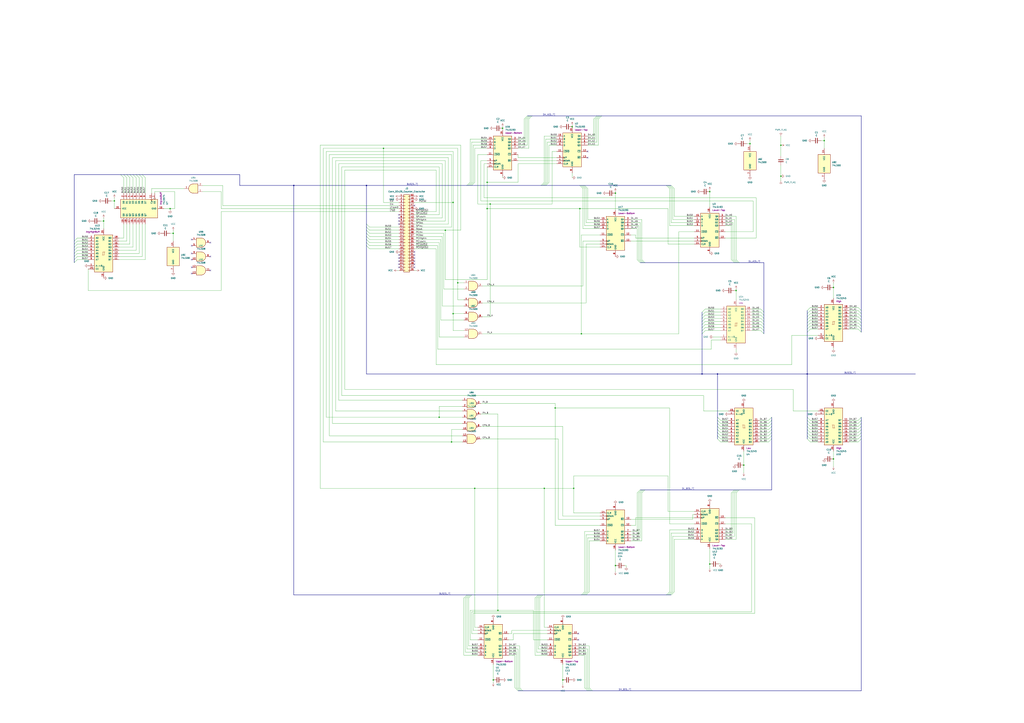
<source format=kicad_sch>
(kicad_sch (version 20250114) (generator "eeschema") (generator_version "9.0")
  (paper "A1")
  (junction (at 471.17 401.32))
  (junction (at 641.35 119.38))
  (junction (at 589.28 307.34))
  (junction (at 389.89 401.32))
  (junction (at 477.52 274.32))
  (junction (at 400.05 171.45))
  (junction (at 402.59 167.64))
  (junction (at 314.96 121.92))
  (junction (at 662.94 307.34))
  (junction (at 372.11 166.37))
  (junction (at 375.92 232.41))
  (junction (at 412.75 105.41))
  (junction (at 300.99 152.4))
  (junction (at 684.53 236.22))
  (junction (at 142.24 191.77))
  (junction (at 85.09 181.61))
  (junction (at 400.05 149.86))
  (junction (at 370.84 363.22))
  (junction (at 582.93 157.48))
  (junction (at 505.46 464.82))
  (junction (at 505.46 158.75))
  (junction (at 241.3 152.4))
  (junction (at 455.93 335.28))
  (junction (at 576.58 307.34))
  (junction (at 447.04 401.32))
  (junction (at 476.25 171.45))
  (junction (at 405.13 558.8))
  (junction (at 408.94 501.65))
  (junction (at 372.11 257.81))
  (junction (at 582.93 463.55))
  (junction (at 676.91 115.57))
  (junction (at 610.87 382.27))
  (junction (at 365.76 189.23))
  (junction (at 93.98 165.1))
  (junction (at 604.52 238.76))
  (junction (at 469.9 104.14))
  (junction (at 360.68 342.9))
  (junction (at 641.35 144.78))
  (junction (at 139.7 171.45))
  (junction (at 684.53 377.19))
  (junction (at 615.95 118.11))
  (junction (at 462.28 558.8))
  (no_connect (at 327.66 176.53))
  (no_connect (at 327.66 179.07))
  (no_connect (at 172.72 199.39))
  (no_connect (at 340.36 209.55))
  (no_connect (at 327.66 212.09))
  (no_connect (at 340.36 214.63))
  (no_connect (at 157.48 224.79))
  (no_connect (at 474.98 520.7))
  (no_connect (at 327.66 181.61))
  (no_connect (at 172.72 210.82))
  (no_connect (at 340.36 217.17))
  (no_connect (at 172.72 222.25))
  (no_connect (at 327.66 217.17))
  (no_connect (at 340.36 207.01))
  (no_connect (at 157.48 196.85))
  (no_connect (at 327.66 209.55))
  (no_connect (at 340.36 212.09))
  (no_connect (at 157.48 213.36))
  (no_connect (at 482.6 129.54))
  (no_connect (at 327.66 184.15))
  (no_connect (at 340.36 219.71))
  (no_connect (at 474.98 525.78))
  (no_connect (at 327.66 214.63))
  (no_connect (at 482.6 124.46))
  (no_connect (at 157.48 201.93))
  (no_connect (at 157.48 219.71))
  (no_connect (at 327.66 219.71))
  (no_connect (at 157.48 208.28))
  (no_connect (at 340.36 168.91))
  (bus_entry (at 529.59 215.9) (size -2.54 -2.54))
  (bus_entry (at 447.04 152.4) (size 2.54 -2.54))
  (bus_entry (at 444.5 152.4) (size 2.54 -2.54))
  (bus_entry (at 443.23 488.95) (size -2.54 2.54))
  (bus_entry (at 60.96 198.12) (size 2.54 -2.54))
  (bus_entry (at 633.73 358.14) (size -2.54 2.54))
  (bus_entry (at 607.06 215.9) (size -2.54 -2.54))
  (bus_entry (at 589.28 355.6) (size 2.54 2.54))
  (bus_entry (at 707.39 358.14) (size -2.54 2.54))
  (bus_entry (at 445.77 152.4) (size 2.54 -2.54))
  (bus_entry (at 116.84 143.51) (size 2.54 2.54))
  (bus_entry (at 448.31 152.4) (size 2.54 -2.54))
  (bus_entry (at 492.76 95.25) (size -2.54 2.54))
  (bus_entry (at 662.94 355.6) (size 2.54 2.54))
  (bus_entry (at 300.99 186.69) (size 2.54 2.54))
  (bus_entry (at 662.94 270.51) (size 2.54 -2.54))
  (bus_entry (at 576.58 269.24) (size 2.54 -2.54))
  (bus_entry (at 576.58 264.16) (size 2.54 -2.54))
  (bus_entry (at 627.38 256.54) (size -2.54 -2.54))
  (bus_entry (at 300.99 201.93) (size 2.54 2.54))
  (bus_entry (at 60.96 213.36) (size 2.54 -2.54))
  (bus_entry (at 481.33 488.95) (size 2.54 -2.54))
  (bus_entry (at 551.18 488.95) (size 2.54 -2.54))
  (bus_entry (at 111.76 143.51) (size 2.54 2.54))
  (bus_entry (at 707.39 345.44) (size -2.54 2.54))
  (bus_entry (at 662.94 345.44) (size 2.54 2.54))
  (bus_entry (at 589.28 350.52) (size 2.54 2.54))
  (bus_entry (at 603.25 215.9) (size -2.54 -2.54))
  (bus_entry (at 386.08 488.95) (size -2.54 2.54))
  (bus_entry (at 548.64 488.95) (size 2.54 -2.54))
  (bus_entry (at 605.79 402.59) (size -2.54 2.54))
  (bus_entry (at 300.99 199.39) (size 2.54 2.54))
  (bus_entry (at 589.28 345.44) (size 2.54 2.54))
  (bus_entry (at 662.94 262.89) (size 2.54 -2.54))
  (bus_entry (at 607.06 402.59) (size -2.54 2.54))
  (bus_entry (at 707.39 270.51) (size -2.54 -2.54))
  (bus_entry (at 633.73 360.68) (size -2.54 2.54))
  (bus_entry (at 525.78 402.59) (size -2.54 2.54))
  (bus_entry (at 444.5 488.95) (size -2.54 2.54))
  (bus_entry (at 477.52 152.4) (size 2.54 2.54))
  (bus_entry (at 707.39 273.05) (size -2.54 -2.54))
  (bus_entry (at 478.79 488.95) (size 2.54 -2.54))
  (bus_entry (at 547.37 488.95) (size 2.54 -2.54))
  (bus_entry (at 605.79 215.9) (size -2.54 -2.54))
  (bus_entry (at 109.22 143.51) (size 2.54 2.54))
  (bus_entry (at 427.99 567.69) (size -2.54 -2.54))
  (bus_entry (at 387.35 152.4) (size 2.54 -2.54))
  (bus_entry (at 483.87 567.69) (size -2.54 -2.54))
  (bus_entry (at 662.94 342.9) (size 2.54 2.54))
  (bus_entry (at 480.06 488.95) (size 2.54 -2.54))
  (bus_entry (at 662.94 257.81) (size 2.54 -2.54))
  (bus_entry (at 476.25 152.4) (size 2.54 2.54))
  (bus_entry (at 548.64 152.4) (size 2.54 2.54))
  (bus_entry (at 551.18 152.4) (size 2.54 2.54))
  (bus_entry (at 662.94 347.98) (size 2.54 2.54))
  (bus_entry (at 106.68 143.51) (size 2.54 2.54))
  (bus_entry (at 434.34 95.25) (size -2.54 2.54))
  (bus_entry (at 480.06 152.4) (size 2.54 2.54))
  (bus_entry (at 99.06 143.51) (size 2.54 2.54))
  (bus_entry (at 707.39 347.98) (size -2.54 2.54))
  (bus_entry (at 707.39 257.81) (size -2.54 -2.54))
  (bus_entry (at 627.38 261.62) (size -2.54 -2.54))
  (bus_entry (at 384.81 152.4) (size 2.54 -2.54))
  (bus_entry (at 604.52 402.59) (size -2.54 2.54))
  (bus_entry (at 604.52 215.9) (size -2.54 -2.54))
  (bus_entry (at 633.73 353.06) (size -2.54 2.54))
  (bus_entry (at 300.99 189.23) (size 2.54 2.54))
  (bus_entry (at 383.54 488.95) (size -2.54 2.54))
  (bus_entry (at 436.88 95.25) (size -2.54 2.54))
  (bus_entry (at 662.94 350.52) (size 2.54 2.54))
  (bus_entry (at 662.94 267.97) (size 2.54 -2.54))
  (bus_entry (at 576.58 256.54) (size 2.54 -2.54))
  (bus_entry (at 707.39 262.89) (size -2.54 -2.54))
  (bus_entry (at 529.59 402.59) (size -2.54 2.54))
  (bus_entry (at 627.38 269.24) (size -2.54 -2.54))
  (bus_entry (at 662.94 260.35) (size 2.54 -2.54))
  (bus_entry (at 60.96 200.66) (size 2.54 -2.54))
  (bus_entry (at 527.05 215.9) (size -2.54 -2.54))
  (bus_entry (at 662.94 265.43) (size 2.54 -2.54))
  (bus_entry (at 576.58 271.78) (size 2.54 -2.54))
  (bus_entry (at 707.39 342.9) (size -2.54 2.54))
  (bus_entry (at 478.79 152.4) (size 2.54 2.54))
  (bus_entry (at 707.39 255.27) (size -2.54 -2.54))
  (bus_entry (at 101.6 143.51) (size 2.54 2.54))
  (bus_entry (at 383.54 152.4) (size 2.54 -2.54))
  (bus_entry (at 482.6 567.69) (size -2.54 -2.54))
  (bus_entry (at 589.28 353.06) (size 2.54 2.54))
  (bus_entry (at 528.32 215.9) (size -2.54 -2.54))
  (bus_entry (at 707.39 353.06) (size -2.54 2.54))
  (bus_entry (at 384.81 488.95) (size -2.54 2.54))
  (bus_entry (at 300.99 196.85) (size 2.54 2.54))
  (bus_entry (at 576.58 259.08) (size 2.54 -2.54))
  (bus_entry (at 528.32 402.59) (size -2.54 2.54))
  (bus_entry (at 386.08 152.4) (size 2.54 -2.54))
  (bus_entry (at 549.91 488.95) (size 2.54 -2.54))
  (bus_entry (at 662.94 273.05) (size 2.54 -2.54))
  (bus_entry (at 525.78 215.9) (size -2.54 -2.54))
  (bus_entry (at 633.73 345.44) (size -2.54 2.54))
  (bus_entry (at 633.73 342.9) (size -2.54 2.54))
  (bus_entry (at 490.22 95.25) (size -2.54 2.54))
  (bus_entry (at 627.38 274.32) (size -2.54 -2.54))
  (bus_entry (at 486.41 567.69) (size -2.54 -2.54))
  (bus_entry (at 707.39 267.97) (size -2.54 -2.54))
  (bus_entry (at 441.96 488.95) (size -2.54 2.54))
  (bus_entry (at 114.3 143.51) (size 2.54 2.54))
  (bus_entry (at 60.96 210.82) (size 2.54 -2.54))
  (bus_entry (at 707.39 260.35) (size -2.54 -2.54))
  (bus_entry (at 589.28 347.98) (size 2.54 2.54))
  (bus_entry (at 707.39 355.6) (size -2.54 2.54))
  (bus_entry (at 662.94 360.68) (size 2.54 2.54))
  (bus_entry (at 527.05 402.59) (size -2.54 2.54))
  (bus_entry (at 387.35 488.95) (size -2.54 2.54))
  (bus_entry (at 576.58 261.62) (size 2.54 -2.54))
  (bus_entry (at 627.38 266.7) (size -2.54 -2.54))
  (bus_entry (at 429.26 567.69) (size -2.54 -2.54))
  (bus_entry (at 662.94 358.14) (size 2.54 2.54))
  (bus_entry (at 549.91 152.4) (size 2.54 2.54))
  (bus_entry (at 491.49 95.25) (size -2.54 2.54))
  (bus_entry (at 425.45 567.69) (size -2.54 -2.54))
  (bus_entry (at 576.58 266.7) (size 2.54 -2.54))
  (bus_entry (at 494.03 95.25) (size -2.54 2.54))
  (bus_entry (at 707.39 350.52) (size -2.54 2.54))
  (bus_entry (at 60.96 208.28) (size 2.54 -2.54))
  (bus_entry (at 445.77 488.95) (size -2.54 2.54))
  (bus_entry (at 589.28 342.9) (size 2.54 2.54))
  (bus_entry (at 589.28 358.14) (size 2.54 2.54))
  (bus_entry (at 662.94 255.27) (size 2.54 -2.54))
  (bus_entry (at 300.99 194.31) (size 2.54 2.54))
  (bus_entry (at 633.73 355.6) (size -2.54 2.54))
  (bus_entry (at 707.39 265.43) (size -2.54 -2.54))
  (bus_entry (at 60.96 205.74) (size 2.54 -2.54))
  (bus_entry (at 426.72 567.69) (size -2.54 -2.54))
  (bus_entry (at 477.52 488.95) (size 2.54 -2.54))
  (bus_entry (at 627.38 259.08) (size -2.54 -2.54))
  (bus_entry (at 547.37 152.4) (size 2.54 2.54))
  (bus_entry (at 435.61 95.25) (size -2.54 2.54))
  (bus_entry (at 60.96 215.9) (size 2.54 -2.54))
  (bus_entry (at 485.14 567.69) (size -2.54 -2.54))
  (bus_entry (at 603.25 402.59) (size -2.54 2.54))
  (bus_entry (at 627.38 264.16) (size -2.54 -2.54))
  (bus_entry (at 433.07 95.25) (size -2.54 2.54))
  (bus_entry (at 633.73 350.52) (size -2.54 2.54))
  (bus_entry (at 707.39 360.68) (size -2.54 2.54))
  (bus_entry (at 60.96 203.2) (size 2.54 -2.54))
  (bus_entry (at 662.94 353.06) (size 2.54 2.54))
  (bus_entry (at 627.38 271.78) (size -2.54 -2.54))
  (bus_entry (at 589.28 360.68) (size 2.54 2.54))
  (bus_entry (at 300.99 184.15) (size 2.54 2.54))
  (bus_entry (at 633.73 347.98) (size -2.54 2.54))
  (bus_entry (at 300.99 191.77) (size 2.54 2.54))
  (bus_entry (at 104.14 143.51) (size 2.54 2.54))
  (bus_entry (at 576.58 274.32) (size 2.54 -2.54))
  (wire (pts (xy 455.93 431.8) (xy 492.76 431.8)))
  (wire (pts (xy 389.89 121.92) (xy 400.05 121.92)))
  (wire (pts (xy 370.84 127) (xy 270.51 127)))
  (bus (pts (xy 576.58 269.24) (xy 576.58 271.78)))
  (wire (pts (xy 478.79 198.12) (xy 492.76 198.12)))
  (wire (pts (xy 387.35 149.86) (xy 387.35 116.84)))
  (wire (pts (xy 619.76 425.45) (xy 619.76 504.19)))
  (wire (pts (xy 618.49 190.5) (xy 618.49 165.1)))
  (wire (pts (xy 106.68 184.15) (xy 106.68 200.66)))
  (bus (pts (xy 576.58 264.16) (xy 576.58 266.7)))
  (bus (pts (xy 109.22 143.51) (xy 111.76 143.51)))
  (wire (pts (xy 624.84 261.62) (xy 617.22 261.62)))
  (wire (pts (xy 482.6 441.96) (xy 492.76 441.96)))
  (wire (pts (xy 340.36 186.69) (xy 370.84 186.69)))
  (wire (pts (xy 400.05 171.45) (xy 400.05 229.87)))
  (wire (pts (xy 671.83 353.06) (xy 665.48 353.06)))
  (wire (pts (xy 631.19 345.44) (xy 623.57 345.44)))
  (wire (pts (xy 478.79 187.96) (xy 492.76 187.96)))
  (wire (pts (xy 394.97 350.52) (xy 462.28 350.52)))
  (bus (pts (xy 549.91 488.95) (xy 551.18 488.95)))
  (bus (pts (xy 627.38 261.62) (xy 627.38 264.16)))
  (wire (pts (xy 63.5 208.28) (xy 72.39 208.28)))
  (bus (pts (xy 633.73 353.06) (xy 633.73 350.52)))
  (wire (pts (xy 97.79 208.28) (xy 114.3 208.28)))
  (wire (pts (xy 579.12 254) (xy 591.82 254)))
  (wire (pts (xy 579.12 269.24) (xy 591.82 269.24)))
  (wire (pts (xy 549.91 435.61) (xy 570.23 435.61)))
  (wire (pts (xy 424.18 535.94) (xy 424.18 565.15)))
  (wire (pts (xy 447.04 149.86) (xy 447.04 111.76)))
  (wire (pts (xy 425.45 533.4) (xy 417.83 533.4)))
  (wire (pts (xy 477.52 193.04) (xy 492.76 193.04)))
  (wire (pts (xy 631.19 347.98) (xy 623.57 347.98)))
  (wire (pts (xy 340.36 204.47) (xy 358.14 204.47)))
  (wire (pts (xy 439.42 491.49) (xy 439.42 538.48)))
  (wire (pts (xy 624.84 254) (xy 617.22 254)))
  (wire (pts (xy 598.17 350.52) (xy 591.82 350.52)))
  (wire (pts (xy 610.87 370.84) (xy 610.87 382.27)))
  (wire (pts (xy 523.24 213.36) (xy 523.24 187.96)))
  (wire (pts (xy 549.91 435.61) (xy 549.91 486.41)))
  (wire (pts (xy 595.63 190.5) (xy 618.49 190.5)))
  (wire (pts (xy 483.87 530.86) (xy 474.98 530.86)))
  (wire (pts (xy 394.97 165.1) (xy 394.97 132.08)))
  (wire (pts (xy 462.28 558.8) (xy 462.28 562.61)))
  (bus (pts (xy 480.06 488.95) (xy 481.33 488.95)))
  (wire (pts (xy 469.9 102.87) (xy 469.9 104.14)))
  (wire (pts (xy 518.16 185.42) (xy 524.51 185.42)))
  (wire (pts (xy 425.45 132.08) (xy 457.2 132.08)))
  (wire (pts (xy 181.61 173.99) (xy 327.66 173.99)))
  (wire (pts (xy 482.6 533.4) (xy 474.98 533.4)))
  (wire (pts (xy 487.68 111.76) (xy 482.6 111.76)))
  (bus (pts (xy 60.96 210.82) (xy 60.96 213.36)))
  (wire (pts (xy 595.63 430.53) (xy 617.22 430.53)))
  (bus (pts (xy 300.99 184.15) (xy 300.99 186.69)))
  (bus (pts (xy 662.94 255.27) (xy 662.94 257.81)))
  (wire (pts (xy 604.52 405.13) (xy 604.52 443.23)))
  (bus (pts (xy 300.99 307.34) (xy 576.58 307.34)))
  (bus (pts (xy 114.3 143.51) (xy 116.84 143.51)))
  (wire (pts (xy 267.97 124.46) (xy 267.97 342.9)))
  (wire (pts (xy 283.21 139.7) (xy 283.21 320.04)))
  (wire (pts (xy 408.94 340.36) (xy 408.94 501.65)))
  (wire (pts (xy 340.36 194.31) (xy 363.22 194.31)))
  (bus (pts (xy 111.76 143.51) (xy 114.3 143.51)))
  (wire (pts (xy 314.96 166.37) (xy 327.66 166.37)))
  (bus (pts (xy 707.39 95.25) (xy 707.39 255.27)))
  (wire (pts (xy 265.43 121.92) (xy 265.43 363.22)))
  (bus (pts (xy 589.28 307.34) (xy 589.28 342.9)))
  (wire (pts (xy 455.93 331.47) (xy 455.93 335.28)))
  (bus (pts (xy 633.73 360.68) (xy 633.73 402.59)))
  (wire (pts (xy 433.07 119.38) (xy 425.45 119.38)))
  (bus (pts (xy 106.68 143.51) (xy 109.22 143.51)))
  (wire (pts (xy 584.2 279.4) (xy 591.82 279.4)))
  (wire (pts (xy 360.68 342.9) (xy 379.73 342.9)))
  (wire (pts (xy 388.62 504.19) (xy 388.62 518.16)))
  (bus (pts (xy 99.06 143.51) (xy 101.6 143.51)))
  (bus (pts (xy 491.49 95.25) (xy 490.22 95.25)))
  (wire (pts (xy 424.18 535.94) (xy 417.83 535.94)))
  (wire (pts (xy 386.08 501.65) (xy 386.08 525.78)))
  (wire (pts (xy 394.97 132.08) (xy 400.05 132.08)))
  (wire (pts (xy 553.72 443.23) (xy 553.72 486.41)))
  (wire (pts (xy 650.24 299.72) (xy 650.24 275.59)))
  (wire (pts (xy 363.22 194.31) (xy 363.22 251.46)))
  (wire (pts (xy 676.91 115.57) (xy 676.91 121.92)))
  (bus (pts (xy 485.14 567.69) (xy 486.41 567.69)))
  (wire (pts (xy 551.18 438.15) (xy 551.18 486.41)))
  (wire (pts (xy 491.49 119.38) (xy 482.6 119.38)))
  (wire (pts (xy 453.39 124.46) (xy 457.2 124.46)))
  (wire (pts (xy 671.83 255.27) (xy 665.48 255.27)))
  (bus (pts (xy 441.96 488.95) (xy 443.23 488.95)))
  (bus (pts (xy 436.88 95.25) (xy 435.61 95.25)))
  (wire (pts (xy 104.14 146.05) (xy 104.14 158.75)))
  (wire (pts (xy 447.04 515.62) (xy 449.58 515.62)))
  (bus (pts (xy 116.84 143.51) (xy 196.85 143.51)))
  (wire (pts (xy 425.45 533.4) (xy 425.45 565.15)))
  (wire (pts (xy 360.68 199.39) (xy 360.68 276.86)))
  (bus (pts (xy 662.94 355.6) (xy 662.94 353.06)))
  (wire (pts (xy 394.97 360.68) (xy 458.47 360.68)))
  (wire (pts (xy 579.12 264.16) (xy 591.82 264.16)))
  (wire (pts (xy 116.84 146.05) (xy 116.84 158.75)))
  (wire (pts (xy 624.84 266.7) (xy 617.22 266.7)))
  (bus (pts (xy 529.59 215.9) (xy 603.25 215.9)))
  (wire (pts (xy 426.72 530.86) (xy 417.83 530.86)))
  (bus (pts (xy 448.31 152.4) (xy 476.25 152.4)))
  (bus (pts (xy 436.88 95.25) (xy 490.22 95.25)))
  (wire (pts (xy 382.27 535.94) (xy 392.43 535.94)))
  (wire (pts (xy 548.64 391.16) (xy 548.64 420.37)))
  (wire (pts (xy 384.81 530.86) (xy 392.43 530.86)))
  (wire (pts (xy 134.62 171.45) (xy 139.7 171.45)))
  (wire (pts (xy 521.97 195.58) (xy 570.23 195.58)))
  (wire (pts (xy 111.76 146.05) (xy 111.76 158.75)))
  (bus (pts (xy 300.99 152.4) (xy 241.3 152.4)))
  (wire (pts (xy 481.33 182.88) (xy 492.76 182.88)))
  (wire (pts (xy 368.3 184.15) (xy 368.3 129.54)))
  (wire (pts (xy 116.84 210.82) (xy 97.79 210.82)))
  (wire (pts (xy 458.47 360.68) (xy 458.47 426.72)))
  (wire (pts (xy 480.06 486.41) (xy 480.06 436.88)))
  (wire (pts (xy 379.73 334.01) (xy 360.68 334.01)))
  (wire (pts (xy 262.89 401.32) (xy 389.89 401.32)))
  (wire (pts (xy 425.45 149.86) (xy 425.45 134.62)))
  (wire (pts (xy 548.64 171.45) (xy 548.64 200.66)))
  (wire (pts (xy 370.84 186.69) (xy 370.84 127)))
  (wire (pts (xy 425.45 134.62) (xy 457.2 134.62)))
  (wire (pts (xy 370.84 353.06) (xy 370.84 363.22)))
  (bus (pts (xy 662.94 267.97) (xy 662.94 270.51)))
  (wire (pts (xy 631.19 353.06) (xy 623.57 353.06)))
  (bus (pts (xy 707.39 255.27) (xy 707.39 257.81)))
  (wire (pts (xy 387.35 520.7) (xy 392.43 520.7)))
  (wire (pts (xy 482.6 533.4) (xy 482.6 565.15)))
  (wire (pts (xy 106.68 146.05) (xy 106.68 158.75)))
  (wire (pts (xy 704.85 360.68) (xy 697.23 360.68)))
  (bus (pts (xy 386.08 152.4) (xy 387.35 152.4)))
  (wire (pts (xy 440.69 491.49) (xy 440.69 535.94)))
  (wire (pts (xy 358.14 173.99) (xy 358.14 139.7)))
  (wire (pts (xy 388.62 119.38) (xy 400.05 119.38)))
  (wire (pts (xy 280.67 325.12) (xy 577.85 325.12)))
  (wire (pts (xy 600.71 185.42) (xy 595.63 185.42)))
  (wire (pts (xy 303.53 186.69) (xy 327.66 186.69)))
  (bus (pts (xy 478.79 152.4) (xy 480.06 152.4)))
  (wire (pts (xy 375.92 121.92) (xy 375.92 232.41)))
  (wire (pts (xy 518.16 198.12) (xy 570.23 198.12)))
  (bus (pts (xy 707.39 347.98) (xy 707.39 345.44)))
  (wire (pts (xy 552.45 440.69) (xy 552.45 486.41)))
  (bus (pts (xy 445.77 488.95) (xy 477.52 488.95)))
  (wire (pts (xy 548.64 200.66) (xy 570.23 200.66)))
  (wire (pts (xy 671.83 350.52) (xy 665.48 350.52)))
  (wire (pts (xy 552.45 180.34) (xy 570.23 180.34)))
  (wire (pts (xy 518.16 431.8) (xy 521.97 431.8)))
  (wire (pts (xy 549.91 185.42) (xy 570.23 185.42)))
  (wire (pts (xy 671.83 363.22) (xy 665.48 363.22)))
  (wire (pts (xy 477.52 274.32) (xy 557.53 274.32)))
  (wire (pts (xy 181.61 157.48) (xy 166.37 157.48)))
  (wire (pts (xy 182.88 152.4) (xy 166.37 152.4)))
  (wire (pts (xy 591.82 276.86) (xy 585.47 276.86)))
  (wire (pts (xy 600.71 213.36) (xy 600.71 185.42)))
  (bus (pts (xy 527.05 402.59) (xy 528.32 402.59)))
  (wire (pts (xy 551.18 438.15) (xy 570.23 438.15)))
  (wire (pts (xy 63.5 195.58) (xy 72.39 195.58)))
  (wire (pts (xy 487.68 97.79) (xy 487.68 111.76)))
  (bus (pts (xy 707.39 358.14) (xy 707.39 355.6)))
  (wire (pts (xy 449.58 518.16) (xy 420.37 518.16)))
  (bus (pts (xy 384.81 152.4) (xy 386.08 152.4)))
  (wire (pts (xy 181.61 173.99) (xy 181.61 238.76)))
  (wire (pts (xy 604.52 238.76) (xy 604.52 246.38)))
  (wire (pts (xy 631.19 350.52) (xy 623.57 350.52)))
  (bus (pts (xy 707.39 260.35) (xy 707.39 262.89)))
  (bus (pts (xy 60.96 203.2) (xy 60.96 205.74)))
  (wire (pts (xy 360.68 334.01) (xy 360.68 342.9)))
  (bus (pts (xy 527.05 215.9) (xy 528.32 215.9)))
  (wire (pts (xy 443.23 491.49) (xy 443.23 530.86)))
  (wire (pts (xy 370.84 363.22) (xy 379.73 363.22)))
  (wire (pts (xy 471.17 391.16) (xy 548.64 391.16)))
  (wire (pts (xy 119.38 213.36) (xy 97.79 213.36)))
  (wire (pts (xy 595.63 425.45) (xy 619.76 425.45)))
  (wire (pts (xy 641.35 148.59) (xy 641.35 144.78)))
  (wire (pts (xy 303.53 191.77) (xy 327.66 191.77)))
  (bus (pts (xy 662.94 257.81) (xy 662.94 260.35)))
  (wire (pts (xy 641.35 111.76) (xy 641.35 119.38)))
  (wire (pts (xy 684.53 287.02) (xy 684.53 285.75)))
  (wire (pts (xy 363.22 251.46) (xy 381 251.46)))
  (bus (pts (xy 589.28 350.52) (xy 589.28 347.98)))
  (wire (pts (xy 704.85 270.51) (xy 697.23 270.51)))
  (bus (pts (xy 662.94 262.89) (xy 662.94 265.43)))
  (wire (pts (xy 455.93 335.28) (xy 549.91 335.28)))
  (wire (pts (xy 650.24 275.59) (xy 671.83 275.59)))
  (bus (pts (xy 383.54 488.95) (xy 384.81 488.95)))
  (wire (pts (xy 462.28 424.18) (xy 492.76 424.18)))
  (wire (pts (xy 523.24 187.96) (xy 518.16 187.96)))
  (wire (pts (xy 396.24 274.32) (xy 477.52 274.32)))
  (wire (pts (xy 412.75 144.78) (xy 412.75 146.05)))
  (wire (pts (xy 480.06 436.88) (xy 492.76 436.88)))
  (bus (pts (xy 477.52 488.95) (xy 478.79 488.95)))
  (bus (pts (xy 60.96 198.12) (xy 60.96 200.66)))
  (wire (pts (xy 481.33 439.42) (xy 492.76 439.42)))
  (bus (pts (xy 576.58 307.34) (xy 589.28 307.34)))
  (wire (pts (xy 340.36 191.77) (xy 364.49 191.77)))
  (wire (pts (xy 671.83 360.68) (xy 665.48 360.68)))
  (wire (pts (xy 631.19 360.68) (xy 623.57 360.68)))
  (wire (pts (xy 704.85 260.35) (xy 697.23 260.35)))
  (bus (pts (xy 707.39 270.51) (xy 707.39 273.05)))
  (bus (pts (xy 548.64 488.95) (xy 549.91 488.95)))
  (bus (pts (xy 576.58 259.08) (xy 576.58 261.62)))
  (wire (pts (xy 72.39 238.76) (xy 72.39 220.98)))
  (wire (pts (xy 326.39 222.25) (xy 327.66 222.25)))
  (wire (pts (xy 471.17 401.32) (xy 471.17 391.16)))
  (wire (pts (xy 449.58 149.86) (xy 449.58 116.84)))
  (wire (pts (xy 364.49 237.49) (xy 381 237.49)))
  (wire (pts (xy 143.51 157.48) (xy 127 157.48)))
  (wire (pts (xy 488.95 97.79) (xy 488.95 114.3)))
  (bus (pts (xy 707.39 257.81) (xy 707.39 260.35)))
  (bus (pts (xy 525.78 215.9) (xy 527.05 215.9)))
  (bus (pts (xy 707.39 355.6) (xy 707.39 353.06)))
  (wire (pts (xy 303.53 194.31) (xy 327.66 194.31)))
  (bus (pts (xy 494.03 95.25) (xy 492.76 95.25)))
  (wire (pts (xy 671.83 265.43) (xy 665.48 265.43)))
  (wire (pts (xy 671.83 267.97) (xy 665.48 267.97)))
  (wire (pts (xy 600.71 405.13) (xy 600.71 435.61)))
  (wire (pts (xy 360.68 342.9) (xy 267.97 342.9)))
  (bus (pts (xy 707.39 345.44) (xy 707.39 342.9)))
  (bus (pts (xy 60.96 143.51) (xy 60.96 198.12)))
  (wire (pts (xy 359.41 201.93) (xy 359.41 287.02)))
  (wire (pts (xy 518.16 444.5) (xy 527.05 444.5)))
  (bus (pts (xy 300.99 201.93) (xy 300.99 307.34)))
  (wire (pts (xy 598.17 347.98) (xy 591.82 347.98)))
  (wire (pts (xy 482.6 180.34) (xy 492.76 180.34)))
  (bus (pts (xy 444.5 488.95) (xy 445.77 488.95)))
  (bus (pts (xy 589.28 358.14) (xy 589.28 355.6)))
  (wire (pts (xy 85.09 179.07) (xy 85.09 181.61)))
  (wire (pts (xy 568.96 422.91) (xy 568.96 426.72)))
  (wire (pts (xy 420.37 518.16) (xy 420.37 520.7)))
  (bus (pts (xy 633.73 350.52) (xy 633.73 347.98)))
  (wire (pts (xy 704.85 363.22) (xy 697.23 363.22)))
  (bus (pts (xy 241.3 152.4) (xy 241.3 488.95)))
  (bus (pts (xy 547.37 488.95) (xy 548.64 488.95)))
  (wire (pts (xy 471.17 401.32) (xy 471.17 421.64)))
  (wire (pts (xy 372.11 271.78) (xy 381 271.78)))
  (wire (pts (xy 119.38 146.05) (xy 119.38 158.75)))
  (wire (pts (xy 549.91 154.94) (xy 549.91 185.42)))
  (wire (pts (xy 387.35 502.92) (xy 387.35 520.7)))
  (bus (pts (xy 662.94 307.34) (xy 751.84 307.34)))
  (wire (pts (xy 641.35 119.38) (xy 641.35 128.27)))
  (wire (pts (xy 481.33 248.92) (xy 481.33 200.66)))
  (bus (pts (xy 447.04 152.4) (xy 448.31 152.4)))
  (wire (pts (xy 480.06 154.94) (xy 480.06 185.42)))
  (bus (pts (xy 589.28 347.98) (xy 589.28 345.44)))
  (wire (pts (xy 63.5 210.82) (xy 72.39 210.82)))
  (wire (pts (xy 553.72 154.94) (xy 553.72 177.8)))
  (wire (pts (xy 527.05 405.13) (xy 527.05 444.5)))
  (wire (pts (xy 405.13 558.8) (xy 405.13 561.34)))
  (bus (pts (xy 662.94 350.52) (xy 662.94 347.98)))
  (bus (pts (xy 589.28 307.34) (xy 662.94 307.34)))
  (bus (pts (xy 445.77 152.4) (xy 447.04 152.4)))
  (wire (pts (xy 671.83 355.6) (xy 665.48 355.6)))
  (wire (pts (xy 372.11 257.81) (xy 372.11 271.78)))
  (wire (pts (xy 124.46 154.94) (xy 151.13 154.94)))
  (bus (pts (xy 576.58 256.54) (xy 576.58 259.08)))
  (wire (pts (xy 518.16 439.42) (xy 524.51 439.42)))
  (wire (pts (xy 359.41 287.02) (xy 584.2 287.02)))
  (bus (pts (xy 241.3 488.95) (xy 383.54 488.95)))
  (bus (pts (xy 104.14 143.51) (xy 106.68 143.51)))
  (wire (pts (xy 521.97 425.45) (xy 570.23 425.45)))
  (wire (pts (xy 671.83 345.44) (xy 665.48 345.44)))
  (bus (pts (xy 196.85 152.4) (xy 196.85 143.51)))
  (wire (pts (xy 375.92 232.41) (xy 381 232.41)))
  (bus (pts (xy 60.96 213.36) (xy 60.96 215.9)))
  (wire (pts (xy 621.03 195.58) (xy 621.03 162.56)))
  (wire (pts (xy 396.24 260.35) (xy 402.59 260.35)))
  (bus (pts (xy 529.59 402.59) (xy 603.25 402.59)))
  (wire (pts (xy 525.78 213.36) (xy 525.78 182.88)))
  (wire (pts (xy 63.5 198.12) (xy 72.39 198.12)))
  (wire (pts (xy 601.98 438.15) (xy 595.63 438.15)))
  (bus (pts (xy 482.6 567.69) (xy 483.87 567.69)))
  (bus (pts (xy 627.38 256.54) (xy 627.38 259.08)))
  (wire (pts (xy 704.85 355.6) (xy 697.23 355.6)))
  (bus (pts (xy 633.73 360.68) (xy 633.73 358.14)))
  (wire (pts (xy 85.09 181.61) (xy 85.09 187.96)))
  (wire (pts (xy 579.12 259.08) (xy 591.82 259.08)))
  (wire (pts (xy 387.35 502.92) (xy 617.22 502.92)))
  (wire (pts (xy 482.6 486.41) (xy 482.6 441.96)))
  (wire (pts (xy 704.85 257.81) (xy 697.23 257.81)))
  (bus (pts (xy 604.52 402.59) (xy 605.79 402.59)))
  (wire (pts (xy 340.36 166.37) (xy 372.11 166.37)))
  (wire (pts (xy 412.75 104.14) (xy 412.75 105.41)))
  (wire (pts (xy 610.87 382.27) (xy 610.87 388.62)))
  (wire (pts (xy 340.36 201.93) (xy 359.41 201.93)))
  (wire (pts (xy 595.63 195.58) (xy 621.03 195.58)))
  (wire (pts (xy 483.87 444.5) (xy 492.76 444.5)))
  (wire (pts (xy 340.36 184.15) (xy 368.3 184.15)))
  (bus (pts (xy 528.32 215.9) (xy 529.59 215.9)))
  (wire (pts (xy 491.49 97.79) (xy 491.49 119.38)))
  (wire (pts (xy 417.83 525.78) (xy 421.64 525.78)))
  (wire (pts (xy 278.13 134.62) (xy 278.13 328.93)))
  (wire (pts (xy 481.33 486.41) (xy 481.33 439.42)))
  (wire (pts (xy 142.24 189.23) (xy 142.24 191.77)))
  (wire (pts (xy 421.64 520.7) (xy 421.64 525.78)))
  (wire (pts (xy 402.59 167.64) (xy 392.43 167.64)))
  (wire (pts (xy 384.81 491.49) (xy 384.81 530.86)))
  (wire (pts (xy 448.31 149.86) (xy 448.31 114.3)))
  (wire (pts (xy 275.59 337.82) (xy 379.73 337.82)))
  (wire (pts (xy 553.72 443.23) (xy 570.23 443.23)))
  (bus (pts (xy 627.38 269.24) (xy 627.38 271.78)))
  (wire (pts (xy 482.6 154.94) (xy 482.6 180.34)))
  (wire (pts (xy 434.34 97.79) (xy 434.34 121.92)))
  (wire (pts (xy 447.04 111.76) (xy 457.2 111.76)))
  (wire (pts (xy 417.83 520.7) (xy 420.37 520.7)))
  (bus (pts (xy 589.28 345.44) (xy 589.28 342.9)))
  (bus (pts (xy 60.96 205.74) (xy 60.96 208.28)))
  (bus (pts (xy 707.39 265.43) (xy 707.39 267.97)))
  (wire (pts (xy 283.21 320.04) (xy 651.51 320.04)))
  (wire (pts (xy 505.46 157.48) (xy 505.46 158.75)))
  (wire (pts (xy 127 157.48) (xy 127 158.75)))
  (wire (pts (xy 481.33 535.94) (xy 481.33 565.15)))
  (wire (pts (xy 383.54 533.4) (xy 392.43 533.4)))
  (wire (pts (xy 704.85 262.89) (xy 697.23 262.89)))
  (wire (pts (xy 462.28 546.1) (xy 462.28 558.8)))
  (bus (pts (xy 478.79 488.95) (xy 480.06 488.95)))
  (bus (pts (xy 486.41 567.69) (xy 707.39 567.69)))
  (wire (pts (xy 488.95 114.3) (xy 482.6 114.3)))
  (wire (pts (xy 97.79 195.58) (xy 101.6 195.58)))
  (bus (pts (xy 528.32 402.59) (xy 529.59 402.59)))
  (bus (pts (xy 387.35 488.95) (xy 441.96 488.95)))
  (bus (pts (xy 477.52 152.4) (xy 478.79 152.4)))
  (wire (pts (xy 505.46 452.12) (xy 505.46 464.82)))
  (wire (pts (xy 425.45 129.54) (xy 425.45 127)))
  (wire (pts (xy 704.85 353.06) (xy 697.23 353.06)))
  (wire (pts (xy 400.05 149.86) (xy 425.45 149.86)))
  (wire (pts (xy 514.35 464.82) (xy 513.08 464.82)))
  (wire (pts (xy 624.84 259.08) (xy 617.22 259.08)))
  (bus (pts (xy 426.72 567.69) (xy 427.99 567.69)))
  (bus (pts (xy 300.99 194.31) (xy 300.99 196.85)))
  (wire (pts (xy 684.53 232.41) (xy 684.53 236.22)))
  (wire (pts (xy 455.93 335.28) (xy 455.93 431.8)))
  (wire (pts (xy 631.19 363.22) (xy 623.57 363.22)))
  (wire (pts (xy 671.83 257.81) (xy 665.48 257.81)))
  (bus (pts (xy 576.58 271.78) (xy 576.58 274.32)))
  (wire (pts (xy 389.89 515.62) (xy 392.43 515.62)))
  (wire (pts (xy 139.7 171.45) (xy 143.51 171.45)))
  (wire (pts (xy 93.98 165.1) (xy 93.98 171.45)))
  (wire (pts (xy 426.72 530.86) (xy 426.72 565.15)))
  (wire (pts (xy 601.98 182.88) (xy 595.63 182.88)))
  (wire (pts (xy 358.14 139.7) (xy 283.21 139.7)))
  (wire (pts (xy 447.04 401.32) (xy 471.17 401.32)))
  (wire (pts (xy 431.8 97.79) (xy 431.8 116.84)))
  (bus (pts (xy 548.64 152.4) (xy 549.91 152.4)))
  (wire (pts (xy 275.59 132.08) (xy 275.59 337.82)))
  (wire (pts (xy 557.53 274.32) (xy 557.53 190.5)))
  (bus (pts (xy 300.99 189.23) (xy 300.99 191.77)))
  (wire (pts (xy 598.17 355.6) (xy 591.82 355.6)))
  (wire (pts (xy 462.28 350.52) (xy 462.28 424.18)))
  (wire (pts (xy 372.11 124.46) (xy 372.11 166.37)))
  (wire (pts (xy 109.22 184.15) (xy 109.22 203.2)))
  (wire (pts (xy 104.14 184.15) (xy 104.14 198.12)))
  (wire (pts (xy 386.08 501.65) (xy 408.94 501.65)))
  (wire (pts (xy 651.51 320.04) (xy 651.51 337.82)))
  (wire (pts (xy 600.71 435.61) (xy 595.63 435.61)))
  (wire (pts (xy 303.53 199.39) (xy 327.66 199.39)))
  (wire (pts (xy 579.12 266.7) (xy 591.82 266.7)))
  (bus (pts (xy 633.73 347.98) (xy 633.73 345.44)))
  (bus (pts (xy 300.99 196.85) (xy 300.99 199.39)))
  (bus (pts (xy 547.37 152.4) (xy 548.64 152.4)))
  (bus (pts (xy 481.33 488.95) (xy 547.37 488.95)))
  (wire (pts (xy 358.14 299.72) (xy 650.24 299.72)))
  (wire (pts (xy 568.96 426.72) (xy 518.16 426.72)))
  (wire (pts (xy 111.76 205.74) (xy 97.79 205.74)))
  (wire (pts (xy 684.53 377.19) (xy 684.53 383.54)))
  (wire (pts (xy 604.52 177.8) (xy 595.63 177.8)))
  (wire (pts (xy 604.52 287.02) (xy 604.52 289.56)))
  (bus (pts (xy 604.52 215.9) (xy 605.79 215.9)))
  (wire (pts (xy 370.84 353.06) (xy 379.73 353.06)))
  (bus (pts (xy 476.25 152.4) (xy 477.52 152.4)))
  (wire (pts (xy 441.96 491.49) (xy 441.96 533.4)))
  (wire (pts (xy 273.05 129.54) (xy 273.05 347.98)))
  (wire (pts (xy 582.93 450.85) (xy 582.93 463.55)))
  (wire (pts (xy 270.51 358.14) (xy 379.73 358.14)))
  (wire (pts (xy 389.89 401.32) (xy 389.89 515.62)))
  (bus (pts (xy 605.79 215.9) (xy 607.06 215.9)))
  (wire (pts (xy 598.17 345.44) (xy 591.82 345.44)))
  (wire (pts (xy 433.07 97.79) (xy 433.07 119.38)))
  (wire (pts (xy 471.17 421.64) (xy 492.76 421.64)))
  (wire (pts (xy 111.76 184.15) (xy 111.76 205.74)))
  (wire (pts (xy 603.25 180.34) (xy 595.63 180.34)))
  (wire (pts (xy 389.89 401.32) (xy 447.04 401.32)))
  (wire (pts (xy 396.24 248.92) (xy 481.33 248.92)))
  (wire (pts (xy 548.64 420.37) (xy 570.23 420.37)))
  (bus (pts (xy 662.94 273.05) (xy 662.94 307.34)))
  (wire (pts (xy 340.36 199.39) (xy 360.68 199.39)))
  (wire (pts (xy 603.25 238.76) (xy 604.52 238.76)))
  (wire (pts (xy 280.67 137.16) (xy 280.67 325.12)))
  (wire (pts (xy 382.27 491.49) (xy 382.27 535.94)))
  (bus (pts (xy 386.08 488.95) (xy 387.35 488.95)))
  (wire (pts (xy 598.17 353.06) (xy 591.82 353.06)))
  (wire (pts (xy 412.75 105.41) (xy 412.75 106.68)))
  (wire (pts (xy 704.85 252.73) (xy 697.23 252.73)))
  (wire (pts (xy 458.47 426.72) (xy 492.76 426.72)))
  (bus (pts (xy 425.45 567.69) (xy 426.72 567.69)))
  (wire (pts (xy 651.51 337.82) (xy 671.83 337.82)))
  (wire (pts (xy 383.54 491.49) (xy 383.54 533.4)))
  (wire (pts (xy 671.83 270.51) (xy 665.48 270.51)))
  (wire (pts (xy 358.14 204.47) (xy 358.14 299.72)))
  (wire (pts (xy 372.11 124.46) (xy 267.97 124.46)))
  (bus (pts (xy 383.54 152.4) (xy 384.81 152.4)))
  (wire (pts (xy 389.89 149.86) (xy 389.89 121.92)))
  (wire (pts (xy 372.11 257.81) (xy 381 257.81)))
  (wire (pts (xy 618.49 165.1) (xy 394.97 165.1)))
  (wire (pts (xy 422.91 538.48) (xy 422.91 565.15)))
  (wire (pts (xy 124.46 154.94) (xy 124.46 158.75)))
  (wire (pts (xy 449.58 520.7) (xy 421.64 520.7)))
  (bus (pts (xy 707.39 353.06) (xy 707.39 350.52)))
  (wire (pts (xy 381 491.49) (xy 381 538.48)))
  (bus (pts (xy 60.96 200.66) (xy 60.96 203.2)))
  (wire (pts (xy 363.22 134.62) (xy 278.13 134.62)))
  (wire (pts (xy 671.83 260.35) (xy 665.48 260.35)))
  (wire (pts (xy 450.85 149.86) (xy 450.85 119.38)))
  (bus (pts (xy 662.94 360.68) (xy 662.94 358.14)))
  (wire (pts (xy 93.98 162.56) (xy 93.98 165.1)))
  (wire (pts (xy 408.94 501.65) (xy 438.15 501.65)))
  (wire (pts (xy 275.59 132.08) (xy 365.76 132.08)))
  (wire (pts (xy 314.96 121.92) (xy 314.96 166.37)))
  (bus (pts (xy 707.39 360.68) (xy 707.39 358.14)))
  (bus (pts (xy 589.28 355.6) (xy 589.28 353.06)))
  (wire (pts (xy 552.45 440.69) (xy 570.23 440.69)))
  (wire (pts (xy 603.25 440.69) (xy 595.63 440.69)))
  (wire (pts (xy 142.24 191.77) (xy 142.24 198.12)))
  (wire (pts (xy 378.46 189.23) (xy 365.76 189.23)))
  (wire (pts (xy 360.68 276.86) (xy 381 276.86)))
  (wire (pts (xy 551.18 182.88) (xy 570.23 182.88)))
  (wire (pts (xy 430.53 114.3) (xy 425.45 114.3)))
  (wire (pts (xy 552.45 154.94) (xy 552.45 180.34)))
  (wire (pts (xy 430.53 97.79) (xy 430.53 114.3)))
  (wire (pts (xy 521.97 193.04) (xy 521.97 195.58)))
  (bus (pts (xy 589.28 353.06) (xy 589.28 350.52)))
  (wire (pts (xy 527.05 213.36) (xy 527.05 180.34)))
  (bus (pts (xy 627.38 215.9) (xy 627.38 256.54)))
  (bus (pts (xy 435.61 95.25) (xy 434.34 95.25)))
  (wire (pts (xy 624.84 256.54) (xy 617.22 256.54)))
  (wire (pts (xy 143.51 171.45) (xy 143.51 157.48)))
  (wire (pts (xy 439.42 538.48) (xy 449.58 538.48)))
  (bus (pts (xy 429.26 567.69) (xy 482.6 567.69)))
  (wire (pts (xy 368.3 129.54) (xy 273.05 129.54)))
  (wire (pts (xy 375.92 121.92) (xy 314.96 121.92)))
  (wire (pts (xy 182.88 168.91) (xy 327.66 168.91)))
  (bus (pts (xy 300.99 152.4) (xy 300.99 184.15)))
  (wire (pts (xy 340.36 179.07) (xy 363.22 179.07)))
  (wire (pts (xy 624.84 271.78) (xy 617.22 271.78)))
  (bus (pts (xy 627.38 266.7) (xy 627.38 269.24)))
  (wire (pts (xy 443.23 530.86) (xy 449.58 530.86)))
  (wire (pts (xy 453.39 167.64) (xy 453.39 124.46)))
  (bus (pts (xy 662.94 358.14) (xy 662.94 355.6)))
  (wire (pts (xy 434.34 121.92) (xy 425.45 121.92)))
  (wire (pts (xy 360.68 137.16) (xy 280.67 137.16)))
  (wire (pts (xy 525.78 405.13) (xy 525.78 441.96)))
  (wire (pts (xy 364.49 191.77) (xy 364.49 237.49)))
  (wire (pts (xy 400.05 149.86) (xy 400.05 171.45)))
  (wire (pts (xy 63.5 205.74) (xy 72.39 205.74)))
  (wire (pts (xy 340.36 181.61) (xy 365.76 181.61)))
  (bus (pts (xy 576.58 266.7) (xy 576.58 269.24)))
  (wire (pts (xy 265.43 363.22) (xy 370.84 363.22)))
  (wire (pts (xy 381 538.48) (xy 392.43 538.48)))
  (wire (pts (xy 704.85 255.27) (xy 697.23 255.27)))
  (wire (pts (xy 613.41 118.11) (xy 615.95 118.11)))
  (wire (pts (xy 598.17 363.22) (xy 591.82 363.22)))
  (wire (pts (xy 671.83 347.98) (xy 665.48 347.98)))
  (bus (pts (xy 662.94 260.35) (xy 662.94 262.89)))
  (wire (pts (xy 514.35 466.09) (xy 514.35 464.82)))
  (wire (pts (xy 270.51 127) (xy 270.51 358.14)))
  (wire (pts (xy 394.97 331.47) (xy 455.93 331.47)))
  (bus (pts (xy 480.06 152.4) (xy 547.37 152.4)))
  (wire (pts (xy 601.98 213.36) (xy 601.98 182.88)))
  (wire (pts (xy 388.62 149.86) (xy 388.62 119.38)))
  (wire (pts (xy 524.51 213.36) (xy 524.51 185.42)))
  (wire (pts (xy 704.85 350.52) (xy 697.23 350.52)))
  (wire (pts (xy 603.25 405.13) (xy 603.25 440.69)))
  (bus (pts (xy 101.6 143.51) (xy 104.14 143.51)))
  (wire (pts (xy 341.63 222.25) (xy 340.36 222.25)))
  (bus (pts (xy 662.94 353.06) (xy 662.94 350.52)))
  (wire (pts (xy 582.93 467.36) (xy 582.93 463.55)))
  (bus (pts (xy 605.79 402.59) (xy 607.06 402.59)))
  (bus (pts (xy 387.35 152.4) (xy 444.5 152.4)))
  (wire (pts (xy 386.08 114.3) (xy 400.05 114.3)))
  (wire (pts (xy 577.85 325.12) (xy 577.85 337.82)))
  (wire (pts (xy 449.58 116.84) (xy 457.2 116.84)))
  (wire (pts (xy 340.36 196.85) (xy 361.95 196.85)))
  (wire (pts (xy 181.61 171.45) (xy 327.66 171.45)))
  (wire (pts (xy 116.84 184.15) (xy 116.84 210.82)))
  (wire (pts (xy 303.53 201.93) (xy 327.66 201.93)))
  (wire (pts (xy 469.9 146.05) (xy 469.9 142.24)))
  (wire (pts (xy 483.87 486.41) (xy 483.87 444.5)))
  (wire (pts (xy 676.91 113.03) (xy 676.91 115.57)))
  (wire (pts (xy 621.03 162.56) (xy 397.51 162.56)))
  (wire (pts (xy 549.91 335.28) (xy 549.91 430.53)))
  (wire (pts (xy 549.91 430.53) (xy 570.23 430.53)))
  (wire (pts (xy 631.19 355.6) (xy 623.57 355.6)))
  (wire (pts (xy 457.2 129.54) (xy 425.45 129.54)))
  (wire (pts (xy 104.14 198.12) (xy 97.79 198.12)))
  (wire (pts (xy 303.53 204.47) (xy 327.66 204.47)))
  (wire (pts (xy 523.24 405.13) (xy 523.24 436.88)))
  (wire (pts (xy 397.51 134.62) (xy 400.05 134.62)))
  (wire (pts (xy 476.25 171.45) (xy 548.64 171.45)))
  (wire (pts (xy 624.84 269.24) (xy 617.22 269.24)))
  (bus (pts (xy 576.58 261.62) (xy 576.58 264.16)))
  (wire (pts (xy 101.6 146.05) (xy 101.6 158.75)))
  (bus (pts (xy 549.91 152.4) (xy 551.18 152.4)))
  (wire (pts (xy 386.08 525.78) (xy 392.43 525.78)))
  (wire (pts (xy 568.96 422.91) (xy 570.23 422.91)))
  (wire (pts (xy 557.53 190.5) (xy 570.23 190.5)))
  (bus (pts (xy 662.94 270.51) (xy 662.94 273.05)))
  (bus (pts (xy 492.76 95.25) (xy 491.49 95.25)))
  (wire (pts (xy 101.6 195.58) (xy 101.6 184.15)))
  (wire (pts (xy 340.36 189.23) (xy 365.76 189.23)))
  (wire (pts (xy 375.92 232.41) (xy 375.92 246.38)))
  (wire (pts (xy 400.05 149.86) (xy 400.05 137.16)))
  (wire (pts (xy 617.22 430.53) (xy 617.22 502.92)))
  (wire (pts (xy 521.97 431.8) (xy 521.97 425.45)))
  (bus (pts (xy 627.38 259.08) (xy 627.38 261.62)))
  (bus (pts (xy 662.94 345.44) (xy 662.94 342.9)))
  (wire (pts (xy 303.53 189.23) (xy 327.66 189.23)))
  (wire (pts (xy 109.22 146.05) (xy 109.22 158.75)))
  (wire (pts (xy 480.06 538.48) (xy 474.98 538.48)))
  (bus (pts (xy 427.99 567.69) (xy 429.26 567.69)))
  (bus (pts (xy 707.39 262.89) (xy 707.39 265.43)))
  (wire (pts (xy 438.15 525.78) (xy 449.58 525.78)))
  (wire (pts (xy 405.13 546.1) (xy 405.13 558.8)))
  (bus (pts (xy 300.99 199.39) (xy 300.99 201.93)))
  (wire (pts (xy 386.08 149.86) (xy 386.08 114.3)))
  (wire (pts (xy 598.17 360.68) (xy 591.82 360.68)))
  (bus (pts (xy 707.39 360.68) (xy 707.39 567.69)))
  (wire (pts (xy 431.8 116.84) (xy 425.45 116.84)))
  (wire (pts (xy 422.91 538.48) (xy 417.83 538.48)))
  (wire (pts (xy 579.12 261.62) (xy 591.82 261.62)))
  (wire (pts (xy 604.52 213.36) (xy 604.52 177.8)))
  (wire (pts (xy 340.36 176.53) (xy 360.68 176.53)))
  (wire (pts (xy 671.83 252.73) (xy 665.48 252.73)))
  (bus (pts (xy 633.73 355.6) (xy 633.73 353.06)))
  (wire (pts (xy 387.35 116.84) (xy 400.05 116.84)))
  (wire (pts (xy 476.25 171.45) (xy 476.25 203.2)))
  (wire (pts (xy 63.5 200.66) (xy 72.39 200.66)))
  (bus (pts (xy 434.34 95.25) (xy 433.07 95.25)))
  (bus (pts (xy 300.99 186.69) (xy 300.99 189.23)))
  (wire (pts (xy 365.76 132.08) (xy 365.76 181.61)))
  (wire (pts (xy 106.68 200.66) (xy 97.79 200.66)))
  (bus (pts (xy 241.3 152.4) (xy 196.85 152.4)))
  (wire (pts (xy 375.92 246.38) (xy 381 246.38)))
  (wire (pts (xy 598.17 358.14) (xy 591.82 358.14)))
  (bus (pts (xy 627.38 264.16) (xy 627.38 266.7)))
  (wire (pts (xy 518.16 436.88) (xy 523.24 436.88)))
  (bus (pts (xy 603.25 215.9) (xy 604.52 215.9)))
  (wire (pts (xy 671.83 262.89) (xy 665.48 262.89)))
  (bus (pts (xy 662.94 347.98) (xy 662.94 345.44)))
  (wire (pts (xy 704.85 347.98) (xy 697.23 347.98)))
  (bus (pts (xy 300.99 191.77) (xy 300.99 194.31)))
  (wire (pts (xy 365.76 189.23) (xy 365.76 229.87)))
  (wire (pts (xy 365.76 229.87) (xy 400.05 229.87)))
  (wire (pts (xy 63.5 213.36) (xy 72.39 213.36)))
  (wire (pts (xy 624.84 264.16) (xy 617.22 264.16)))
  (wire (pts (xy 262.89 119.38) (xy 262.89 401.32)))
  (wire (pts (xy 641.35 135.89) (xy 641.35 144.78)))
  (wire (pts (xy 402.59 167.64) (xy 453.39 167.64)))
  (wire (pts (xy 601.98 405.13) (xy 601.98 438.15)))
  (wire (pts (xy 604.52 443.23) (xy 595.63 443.23)))
  (wire (pts (xy 684.53 370.84) (xy 684.53 377.19)))
  (wire (pts (xy 579.12 271.78) (xy 591.82 271.78)))
  (bus (pts (xy 662.94 265.43) (xy 662.94 267.97)))
  (wire (pts (xy 481.33 535.94) (xy 474.98 535.94)))
  (bus (pts (xy 603.25 402.59) (xy 604.52 402.59)))
  (wire (pts (xy 109.22 203.2) (xy 97.79 203.2)))
  (wire (pts (xy 684.53 236.22) (xy 684.53 245.11)))
  (wire (pts (xy 518.16 441.96) (xy 525.78 441.96)))
  (wire (pts (xy 527.05 180.34) (xy 518.16 180.34)))
  (wire (pts (xy 139.7 171.45) (xy 139.7 172.72)))
  (wire (pts (xy 447.04 401.32) (xy 447.04 515.62)))
  (wire (pts (xy 450.85 119.38) (xy 457.2 119.38)))
  (wire (pts (xy 363.22 179.07) (xy 363.22 134.62)))
  (wire (pts (xy 551.18 154.94) (xy 551.18 182.88)))
  (wire (pts (xy 441.96 533.4) (xy 449.58 533.4)))
  (wire (pts (xy 273.05 347.98) (xy 379.73 347.98)))
  (wire (pts (xy 396.24 234.95) (xy 478.79 234.95)))
  (bus (pts (xy 483.87 567.69) (xy 485.14 567.69)))
  (wire (pts (xy 392.43 127) (xy 400.05 127)))
  (wire (pts (xy 591.82 463.55) (xy 590.55 463.55)))
  (wire (pts (xy 553.72 177.8) (xy 570.23 177.8)))
  (wire (pts (xy 63.5 203.2) (xy 72.39 203.2)))
  (wire (pts (xy 478.79 234.95) (xy 478.79 198.12)))
  (wire (pts (xy 182.88 152.4) (xy 182.88 168.91)))
  (wire (pts (xy 361.95 262.89) (xy 381 262.89)))
  (wire (pts (xy 478.79 154.94) (xy 478.79 187.96)))
  (bus (pts (xy 494.03 95.25) (xy 707.39 95.25)))
  (wire (pts (xy 114.3 146.05) (xy 114.3 158.75)))
  (wire (pts (xy 402.59 260.35) (xy 402.59 167.64)))
  (wire (pts (xy 524.51 405.13) (xy 524.51 439.42)))
  (bus (pts (xy 576.58 274.32) (xy 576.58 307.34)))
  (wire (pts (xy 674.37 115.57) (xy 676.91 115.57)))
  (wire (pts (xy 91.44 165.1) (xy 93.98 165.1)))
  (wire (pts (xy 397.51 162.56) (xy 397.51 134.62)))
  (wire (pts (xy 119.38 184.15) (xy 119.38 213.36)))
  (wire (pts (xy 704.85 358.14) (xy 697.23 358.14)))
  (wire (pts (xy 505.46 464.82) (xy 505.46 469.9)))
  (wire (pts (xy 440.69 535.94) (xy 449.58 535.94)))
  (wire (pts (xy 480.06 185.42) (xy 492.76 185.42)))
  (wire (pts (xy 577.85 337.82) (xy 598.17 337.82)))
  (bus (pts (xy 707.39 267.97) (xy 707.39 270.51)))
  (wire (pts (xy 604.52 237.49) (xy 604.52 238.76)))
  (wire (pts (xy 476.25 203.2) (xy 492.76 203.2)))
  (wire (pts (xy 505.46 158.75) (xy 505.46 172.72)))
  (wire (pts (xy 378.46 119.38) (xy 262.89 119.38)))
  (wire (pts (xy 181.61 171.45) (xy 181.61 157.48)))
  (wire (pts (xy 181.61 238.76) (xy 72.39 238.76)))
  (wire (pts (xy 483.87 530.86) (xy 483.87 565.15)))
  (wire (pts (xy 579.12 256.54) (xy 591.82 256.54)))
  (wire (pts (xy 704.85 345.44) (xy 697.23 345.44)))
  (wire (pts (xy 448.31 114.3) (xy 457.2 114.3)))
  (wire (pts (xy 388.62 518.16) (xy 392.43 518.16)))
  (wire (pts (xy 490.22 116.84) (xy 482.6 116.84)))
  (wire (pts (xy 392.43 167.64) (xy 392.43 127)))
  (bus (pts (xy 589.28 360.68) (xy 589.28 358.14)))
  (wire (pts (xy 704.85 265.43) (xy 697.23 265.43)))
  (wire (pts (xy 481.33 200.66) (xy 492.76 200.66)))
  (bus (pts (xy 627.38 271.78) (xy 627.38 274.32)))
  (bus (pts (xy 60.96 208.28) (xy 60.96 210.82)))
  (wire (pts (xy 480.06 538.48) (xy 480.06 565.15)))
  (wire (pts (xy 82.55 181.61) (xy 85.09 181.61)))
  (wire (pts (xy 314.96 121.92) (xy 265.43 121.92)))
  (wire (pts (xy 139.7 191.77) (xy 142.24 191.77)))
  (wire (pts (xy 372.11 166.37) (xy 372.11 257.81)))
  (wire (pts (xy 518.16 193.04) (xy 521.97 193.04)))
  (bus (pts (xy 443.23 488.95) (xy 444.5 488.95)))
  (wire (pts (xy 619.76 504.19) (xy 388.62 504.19)))
  (bus (pts (xy 662.94 342.9) (xy 662.94 307.34)))
  (wire (pts (xy 394.97 340.36) (xy 408.94 340.36)))
  (wire (pts (xy 114.3 208.28) (xy 114.3 184.15)))
  (bus (pts (xy 444.5 152.4) (xy 445.77 152.4)))
  (wire (pts (xy 438.15 501.65) (xy 438.15 525.78)))
  (bus (pts (xy 607.06 215.9) (xy 627.38 215.9)))
  (wire (pts (xy 490.22 97.79) (xy 490.22 116.84)))
  (bus (pts (xy 384.81 488.95) (xy 386.08 488.95)))
  (wire (pts (xy 671.83 358.14) (xy 665.48 358.14)))
  (wire (pts (xy 481.33 154.94) (xy 481.33 182.88)))
  (wire (pts (xy 361.95 196.85) (xy 361.95 262.89)))
  (wire (pts (xy 378.46 189.23) (xy 378.46 119.38)))
  (bus (pts (xy 60.96 143.51) (xy 99.06 143.51)))
  (wire (pts (xy 582.93 157.48) (xy 582.93 170.18)))
  (wire (pts (xy 615.95 115.57) (xy 615.95 118.11)))
  (wire (pts (xy 704.85 267.97) (xy 697.23 267.97)))
  (wire (pts (xy 584.2 287.02) (xy 584.2 279.4)))
  (bus (pts (xy 633.73 358.14) (xy 633.73 355.6)))
  (bus (pts (xy 707.39 350.52) (xy 707.39 347.98)))
  (bus (pts (xy 607.06 402.59) (xy 633.73 402.59)))
  (wire (pts (xy 603.25 213.36) (xy 603.25 180.34)))
  (wire (pts (xy 582.93 156.21) (xy 582.93 157.48)))
  (wire (pts (xy 303.53 196.85) (xy 327.66 196.85)))
  (wire (pts (xy 615.95 118.11) (xy 615.95 119.38)))
  (wire (pts (xy 400.05 171.45) (xy 476.25 171.45)))
  (wire (pts (xy 360.68 176.53) (xy 360.68 137.16)))
  (bus (pts (xy 633.73 345.44) (xy 633.73 342.9)))
  (wire (pts (xy 278.13 328.93) (xy 379.73 328.93)))
  (bus (pts (xy 525.78 402.59) (xy 527.05 402.59)))
  (bus (pts (xy 300.99 152.4) (xy 383.54 152.4)))
  (wire (pts (xy 525.78 182.88) (xy 518.16 182.88)))
  (wire (pts (xy 340.36 173.99) (xy 358.14 173.99)))
  (wire (pts (xy 477.52 193.04) (xy 477.52 274.32)))
  (wire (pts (xy 631.19 358.14) (xy 623.57 358.14)))
  (label "DL_A6" (at 623.57 269.24 180))
  (label "DL_A0" (at 595.63 177.8 0))
  (label "DL_B1" (at 629.92 360.68 180))
  (label "BUS3" (at 72.39 203.2 180))
  (label "BUS1" (at 316.23 189.23 0))
  (label "BUS5" (at 72.39 208.28 180))
  (label "BUS6" (at 487.68 185.42 0))
  (label "BUS4" (at 671.83 262.89 180))
  (label "BUS3" (at 444.5 530.86 0))
  (label "DH_A3" (at 482.6 119.38 0))
  (label "PCLowIn" (at 341.63 199.39 0))
  (label "BUS4" (at 598.17 353.06 180))
  (label "BUS2" (at 452.12 116.84 0))
  (label "CPd_A" (at 400.05 248.92 0))
  (label "BUS6" (at 387.35 533.4 0))
  (label "SPDec" (at 341.63 184.15 0))
  (label "DH_A1" (at 703.58 255.27 180))
  (label "DH_A7" (at 703.58 270.51 180))
  (label "DL_B2" (at 595.63 438.15 0))
  (label "BUS3" (at 570.23 435.61 180))
  (label "BUS3" (at 452.12 119.38 0))
  (label "DL_A5" (at 518.16 182.88 0))
  (label "DL_A6" (at 518.16 185.42 0))
  (label "LFromD" (at 320.04 171.45 0))
  (label "BUS4" (at 492.76 444.5 180))
  (label "DH_B2" (at 474.98 533.4 0))
  (label "BUS1" (at 598.17 360.68 180))
  (label "DH_A0" (at 482.6 111.76 0))
  (label "DH_B0" (at 703.58 363.22 180))
  (label "DH_B7" (at 417.83 530.86 0))
  (label "DL_A4" (at 518.16 180.34 0))
  (label "DH_A5" (at 425.45 116.84 0))
  (label "DH_B3" (at 474.98 530.86 0))
  (label "BUS7" (at 598.17 345.44 180))
  (label "DH_B0" (at 474.98 538.48 0))
  (label "BUS4" (at 111.76 158.75 90))
  (label "BUS0" (at 101.6 158.75 90))
  (label "BUS4" (at 671.83 353.06 180))
  (label "BUS1" (at 104.14 158.75 90))
  (label "BUS3" (at 109.22 158.75 90))
  (label "DL_B5" (at 519.43 441.96 0))
  (label "BUS5" (at 671.83 350.52 180))
  (label "Reset" (at 341.63 189.23 0))
  (label "BUS4" (at 586.74 264.16 180))
  (label "DH_A6" (at 425.45 119.38 0))
  (label "DL_A1" (at 595.63 180.34 0))
  (label "DL_A4" (at 623.57 264.16 180))
  (label "BUS5" (at 114.3 158.75 90))
  (label "DL_A3" (at 595.63 185.42 0))
  (label "DH_B4" (at 703.58 353.06 180))
  (label "DH_B5" (at 417.83 535.94 0))
  (label "~{LToD}" (at 320.04 173.99 0))
  (label "BUS7" (at 387.35 530.86 0))
  (label "BUS1" (at 570.23 440.69 180))
  (label "DH_B1" (at 474.98 535.94 0))
  (label "DH_A3" (at 703.58 260.35 180))
  (label "DH_B6" (at 703.58 347.98 180))
  (label "SPHighIn" (at 341.63 181.61 0))
  (label "BUS7" (at 72.39 213.36 180))
  (label "Ph_A" (at 400.05 260.35 0))
  (label "BUS3" (at 671.83 260.35 180))
  (label "BUS0" (at 452.12 111.76 0))
  (label "BUS5" (at 316.23 199.39 0))
  (label "BUS2" (at 586.74 259.08 180))
  (label "DL_A1" (at 623.57 256.54 180))
  (label "BUS6" (at 671.83 267.97 180))
  (label "DL_B6" (at 629.92 347.98 180))
  (label "BUS7" (at 316.23 204.47 0))
  (label "BUS2" (at 106.68 158.75 90))
  (label "DL_B4" (at 519.43 444.5 0))
  (label "BUS7" (at 671.83 270.51 180))
  (label "BUS6" (at 316.23 201.93 0))
  (label "DL_B7" (at 629.92 345.44 180))
  (label "BUS7" (at 586.74 271.78 180))
  (label "BUS7" (at 394.97 121.92 0))
  (label "BUS7" (at 487.68 187.96 0))
  (label "BUS5" (at 394.97 116.84 0))
  (label "DL_B7" (at 519.43 436.88 0))
  (label "BUS1" (at 586.74 256.54 180))
  (label "DH_A6" (at 703.58 267.97 180))
  (label "BUS6" (at 586.74 269.24 180))
  (label "PCHighIn" (at 341.63 196.85 0))
  (label "~{Clk}" (at 320.04 166.37 0))
  (label "BUS2" (at 671.83 358.14 180))
  (label "BUS4" (at 316.23 196.85 0))
  (label "DH_A[0..7]" (at 445.77 95.25 0))
  (label "PCInc" (at 341.63 191.77 0))
  (label "BUS2" (at 316.1805 191.77 0))
  (label "BUS[0..7]" (at 693.42 307.34 0))
  (label "DL_B0" (at 595.63 443.23 0))
  (label "BUS7" (at 671.83 345.44 180))
  (label "Ph_B" (at 396.24 340.36 0))
  (label "BUS2" (at 598.17 358.14 180))
  (label "BUS0" (at 72.39 195.58 180))
  (label "DL_B4" (at 629.92 353.06 180))
  (label "BUS3" (at 316.23 194.31 0))
  (label "DL_A7" (at 623.57 271.78 180))
  (label "DL_B2" (at 629.92 358.14 180))
  (label "Pl_A" (at 400.05 274.32 0))
  (label "~{PСLowOut}" (at 341.63 201.93 0))
  (label "BUS0" (at 563.88 177.8 0))
  (label "BUS2" (at 563.88 182.88 0))
  (label "~{SPHighOut}" (at 341.63 173.99 0))
  (label "BUS6" (at 492.76 439.42 180))
  (label "DL_B[0..7]" (at 560.07 402.59 0))
  (label "DL_A2" (at 595.63 182.88 0))
  (label "BUS0" (at 316.23 186.69 0))
  (label "BUS1" (at 72.39 198.12 180))
  (label "BUS5" (at 492.76 441.96 180))
  (label "BUS4" (at 387.35 538.48 0))
  (label "DL_A0" (at 623.57 254 180))
  (label "BUS6" (at 598.17 347.98 180))
  (label "CPu_A" (at 400.05 234.95 0))
  (label "DH_B2" (at 703.58 358.14 180))
  (label "DL_B0" (at 629.92 363.22 180))
  (label "DH_B[0..7]" (at 508 567.69 0))
  (label "BUS1" (at 671.83 255.27 180))
  (label "DH_A2" (at 703.58 257.81 180))
  (label "BUS5" (at 387.35 535.94 0))
  (label "BUS6" (at 394.97 119.38 0))
  (label "BUS0" (at 671.83 363.22 180))
  (label "BUS6" (at 671.83 347.98 180))
  (label "DH_A4" (at 703.58 262.89 180))
  (label "Pl_B" (at 396.24 331.47 0))
  (label "BUS6" (at 116.84 158.75 90))
  (label "DH_B1" (at 703.58 360.68 180))
  (label "BUS4" (at 487.68 180.34 0))
  (label "DL_A5" (at 623.57 266.7 180))
  (label "~{SPLowOut}" (at 341.63 176.53 0))
  (label "DL_B3" (at 629.92 355.6 180))
  (label "BUS3" (at 598.17 355.6 180))
  (label "DH_B5" (at 703.58 350.52 180))
  (label "BUS5" (at 586.74 266.7 180))
  (label "~{PСHighOut}" (at 341.63 204.47 0))
  (label "BUS4" (at 72.39 205.74 180))
  (label "BUS6" (at 72.39 210.82 180))
  (label "DH_A7" (at 425.45 121.92 0))
  (label "DH_A5" (at 703.58 265.43 180))
  (label "BUS5" (at 487.68 182.88 0))
  (label "DL_B1" (at 595.63 440.69 0))
  (label "BUS2" (at 444.5 533.4 0))
  (label "DL_A[0..7]" (at 614.68 215.9 0))
  (label "BUS3" (at 586.74 261.62 180))
  (label "BUS7" (at 492.76 436.88 180))
  (label "DH_A2" (at 482.6 116.84 0))
  (label "CPu_B" (at 396.24 360.68 0))
  (label "BUS3" (at 671.83 355.6 180))
  (label "BUS1" (at 452.12 114.3 0))
  (label "BUS0" (at 598.17 363.22 180))
  (label "Clk" (at 320.04 168.91 0))
  (label "PULSE" (at 344.17 166.37 0))
  (label "DL_A7" (at 518.16 187.96 0))
  (label "DH_A4" (at 425.45 114.3 0))
  (label "BUS7" (at 119.38 158.75 90))
  (label "SPInc" (at 341.63 186.69 0))
  (label "DH_B3" (at 703.58 355.6 180))
  (label "BUS1" (at 444.5 535.94 0))
  (label "BUS[0..7]" (at 334.01 152.4 0))
  (label "BUS0" (at 671.83 252.73 180))
  (label "PCDec" (at 341.63 194.31 0))
  (label "BUS0" (at 586.74 254 180))
  (label "BUS1" (at 671.83 360.68 180))
  (label "DH_A1" (at 482.6 114.3 0))
  (label "DH_B4" (at 417.83 538.48 0))
  (label "BUS5" (at 598.17 350.52 180))
  (label "BUS[0..7]" (at 360.68 488.95 0))
  (label "DL_A2" (at 623.57 259.08 180))
  (label "BUS0" (at 444.5 538.48 0))
  (label "SPLowIn" (at 341.63 179.07 0))
  (label "BUS2" (at 72.39 200.66 180))
  (label "BUS0" (at 570.23 443.23 180))
  (label "BUS3" (at 563.88 185.42 0))
  (label "DL_A3" (at 623.57 261.62 180))
  (label "DL_B3" (at 595.63 435.61 0))
  (label "DH_A0" (at 703.58 252.73 180))
  (label "BUS1" (at 563.88 180.34 0))
  (label "DL_B6" (at 519.43 439.42 0))
  (label "BUS2" (at 570.23 438.15 180))
  (label "BUS5" (at 671.83 265.43 180))
  (label "DH_B6" (at 417.83 533.4 0))
  (label "CPd_B" (at 396.24 350.52 0))
  (label "DL_B5" (at 629.92 350.52 180))
  (label "BUS2" (at 671.83 257.81 180))
  (label "DH_B7" (at 703.58 345.44 180))
  (label "BUS4" (at 394.97 114.3 0))
  (symbol (lib_id "power:GND") (at 684.53 287.02 0) (unit 1)
    (property "Reference" "#PWR035" (effects (hide yes)))
    (property "Value" "GND" (at 684.53 292.1 0))
    (property "Description" "Power symbol creates a global label with name \"GND\" , ground" (effects (hide yes)))
  )
  (symbol (lib_id "power:GND") (at 505.46 210.82 90) (unit 1)
    (property "Reference" "#PWR019" (effects (hide yes)))
    (property "Value" "GND" (at 509.27 210.8199 90) (effects (justify right)))
    (property "Description" "Power symbol creates a global label with name \"GND\" , ground" (effects (hide yes)))
  )
  (symbol (lib_id "Device:C") (at 466.09 558.8 270) (mirror x) (unit 1)
    (property "Reference" "C13" (at 466.09 551.18 90))
    (property "Value" "C" (at 466.09 553.72 90))
    (property "Footprint" "Capacitor_THT:CP_Radial_D4.0mm_P1.50mm" (effects (hide yes)))
    (property "Description" "Unpolarized capacitor" (effects (hide yes)))
  )
  (symbol (lib_id "power:GND") (at 575.31 157.48 270) (unit 1)
    (property "Reference" "#PWR027" (effects (hide yes)))
    (property "Value" "GND" (at 571.5 157.4801 90) (effects (justify right)))
    (property "Description" "Power symbol creates a global label with name \"GND\" , ground" (effects (hide yes)))
  )
  (symbol (lib_id "74xx:74LS00") (at 388.62 248.92 0) (unit 2)
    (property "Reference" "U6" (at 388.6117 240.03 0))
    (property "Value" "74LS00" (at 388.6117 242.57 0))
    (property "Footprint" "Package_DIP:DIP-14_W7.62mm_Socket_LongPads" (effects (hide yes)))
    (property "Datasheet" "http://www.ti.com/lit/gpn/sn74ls00" (effects (hide yes)))
    (property "Description" "quad 2-input NAND gate" (effects (hide yes)))
  )
  (symbol (lib_id "power:GND") (at 604.52 289.56 0) (unit 1)
    (property "Reference" "#PWR036" (effects (hide yes)))
    (property "Value" "GND" (at 604.52 294.64 0))
    (property "Description" "Power symbol creates a global label with name \"GND\" , ground" (effects (hide yes)))
  )
  (symbol (lib_id "power:VCC") (at 505.46 157.48 0) (unit 1)
    (property "Reference" "#PWR026" (effects (hide yes)))
    (property "Value" "VCC" (at 505.46 152.4 0))
    (property "Description" "Power symbol creates a global label with name \"VCC\"" (effects (hide yes)))
  )
  (symbol (lib_id "74xx:74LS193") (at 505.46 190.5 0) (unit 1)
    (property "Reference" "U17" (at 507.6033 170.18 0) (effects (justify left)))
    (property "Value" "74LS193" (at 507.6033 172.72 0) (effects (justify left)))
    (property "Footprint" "Package_DIP:DIP-16_W7.62mm_Socket_LongPads" (effects (hide yes)))
    (property "Datasheet" "http://www.ti.com/lit/ds/symlink/sn74ls193.pdf" (effects (hide yes)))
    (property "Description" "Synchronous 4-bit Up/Down (2 clk) counter" (effects (hide yes)))
    (property "Type" "Lower-Bottom" (at 507.6033 175.26 0) (effects (justify left)))
  )
  (symbol (lib_id "power:GND") (at 514.35 466.09 0) (unit 1)
    (property "Reference" "#PWR044" (effects (hide yes)))
    (property "Value" "GND" (at 514.35 471.17 0))
    (property "Description" "Power symbol creates a global label with name \"GND\" , ground" (effects (hide yes)))
  )
  (symbol (lib_id "74xx:74LS193") (at 469.9 121.92 0) (unit 1)
    (property "Reference" "U2" (at 472.0433 101.6 0) (effects (justify left)))
    (property "Value" "74LS193" (at 472.0433 104.14 0) (effects (justify left)))
    (property "Footprint" "Package_DIP:DIP-16_W7.62mm_Socket_LongPads" (effects (hide yes)))
    (property "Datasheet" "http://www.ti.com/lit/ds/symlink/sn74ls193.pdf" (effects (hide yes)))
    (property "Description" "Synchronous 4-bit Up/Down (2 clk) counter" (effects (hide yes)))
    (property "Type" "Upper-Top" (at 472.0433 106.68 0) (effects (justify left)))
  )
  (symbol (lib_id "Device:C") (at 78.74 181.61 90) (unit 1)
    (property "Reference" "C18" (at 78.74 174.9298 90))
    (property "Value" "C" (at 78.74 177.4698 90))
    (property "Footprint" "Capacitor_THT:CP_Radial_D4.0mm_P1.50mm" (effects (hide yes)))
    (property "Description" "Unpolarized capacitor" (effects (hide yes)))
  )
  (symbol (lib_id "power:PWR_FLAG") (at 641.35 148.59 180) (unit 1)
    (property "Reference" "#FLG02" (effects (hide yes)))
    (property "Value" "PWR_FLAG" (at 643.89 149.8599 0) (effects (justify right)))
    (property "Description" "Special symbol for telling ERC where power comes from" (effects (hide yes)))
  )
  (symbol (lib_id "74xx:74LS00") (at 387.35 340.36 0) (unit 2)
    (property "Reference" "U8" (at 387.3417 331.47 0))
    (property "Value" "74LS00" (at 387.3417 334.01 0))
    (property "Footprint" "Package_DIP:DIP-14_W7.62mm_Socket_LongPads" (effects (hide yes)))
    (property "Datasheet" "http://www.ti.com/lit/gpn/sn74ls00" (effects (hide yes)))
    (property "Description" "quad 2-input NAND gate" (effects (hide yes)))
  )
  (symbol (lib_id "power:VCC") (at 462.28 562.61 180) (unit 1)
    (property "Reference" "#PWR047" (effects (hide yes)))
    (property "Value" "VCC" (at 462.28 567.69 0))
    (property "Description" "Power symbol creates a global label with name \"VCC\"" (effects (hide yes)))
  )
  (symbol (lib_id "Device:C") (at 641.35 132.08 0) (unit 1)
    (property "Reference" "C8" (at 645.16 130.8099 0) (effects (justify left)))
    (property "Value" "C" (at 645.16 133.3499 0) (effects (justify left)))
    (property "Footprint" "Capacitor_THT:CP_Radial_D4.0mm_P1.50mm" (effects (hide yes)))
    (property "Description" "Unpolarized capacitor" (effects (hide yes)))
  )
  (symbol (lib_id "power:GND") (at 132.08 191.77 270) (unit 1)
    (property "Reference" "#PWR058" (effects (hide yes)))
    (property "Value" "GND" (at 128.27 191.7699 90) (effects (justify right)))
    (property "Description" "Power symbol creates a global label with name \"GND\" , ground" (effects (hide yes)))
  )
  (symbol (lib_id "power:GND") (at 671.83 278.13 270) (unit 1)
    (property "Reference" "#PWR034" (effects (hide yes)))
    (property "Value" "GND" (at 668.02 278.1299 90) (effects (justify right)))
    (property "Description" "Power symbol creates a global label with name \"GND\" , ground" (effects (hide yes)))
  )
  (symbol (lib_id "power:GND") (at 582.93 208.28 90) (unit 1)
    (property "Reference" "#PWR020" (effects (hide yes)))
    (property "Value" "GND" (at 586.74 208.2799 90) (effects (justify right)))
    (property "Description" "Power symbol creates a global label with name \"GND\" , ground" (effects (hide yes)))
  )
  (symbol (lib_id "power:GND") (at 497.84 158.75 270) (unit 1)
    (property "Reference" "#PWR025" (effects (hide yes)))
    (property "Value" "GND" (at 494.03 158.7501 90) (effects (justify right)))
    (property "Description" "Power symbol creates a global label with name \"GND\" , ground" (effects (hide yes)))
  )
  (symbol (lib_id "power:VCC") (at 327.66 161.29 90) (unit 1)
    (property "Reference" "#PWR016" (effects (hide yes)))
    (property "Value" "VCC" (at 323.85 161.2899 90) (effects (justify left)))
    (property "Description" "Power symbol creates a global label with name \"VCC\"" (effects (hide yes)))
  )
  (symbol (lib_id "power:GND") (at 72.39 218.44 270) (unit 1)
    (property "Reference" "#PWR061" (effects (hide yes)))
    (property "Value" "GND" (at 71.12 214.63 90))
    (property "Description" "Power symbol creates a global label with name \"GND\" , ground" (effects (hide yes)))
  )
  (symbol (lib_id "74xx:74LS08") (at 165.1 210.82 0) (unit 3)
    (property "Reference" "U9" (at 165.0917 201.93 0))
    (property "Value" "74LS08" (at 165.0917 204.47 0))
    (property "Footprint" "Package_DIP:DIP-14_W7.62mm_Socket_LongPads" (effects (hide yes)))
    (property "Datasheet" "http://www.ti.com/lit/gpn/sn74LS08" (effects (hide yes)))
    (property "Description" "Quad And2" (effects (hide yes)))
  )
  (symbol (lib_id "Connector_Generic:Conn_02x25_Counter_Clockwise") (at 332.74 191.77 0) (unit 1)
    (property "Reference" "J3" (at 334.01 154.94 0))
    (property "Value" "Conn_02x25_Counter_Clockwise" (at 334.01 157.48 0))
    (property "Footprint" "Connector_PinSocket_2.54mm:PinSocket_2x25_P2.54mm_Horizontal" (effects (hide yes)))
    (property "Description" "Generic connector, double row, 02x25, counter clockwise pin numbering scheme (similar to DIP package numbering), script generated (kicad-library-utils/schlib/autogen/connector/)" (effects (hide yes)))
  )
  (symbol (lib_id "74xx:74LS193") (at 582.93 433.07 0) (mirror x) (unit 1)
    (property "Reference" "U12" (at 585.0733 453.39 0) (effects (justify left)))
    (property "Value" "74LS193" (at 585.0733 450.85 0) (effects (justify left)))
    (property "Footprint" "Package_DIP:DIP-16_W7.62mm_Socket_LongPads" (effects (hide yes)))
    (property "Datasheet" "http://www.ti.com/lit/ds/symlink/sn74ls193.pdf" (effects (hide yes)))
    (property "Description" "Synchronous 4-bit Up/Down (2 clk) counter" (effects (hide yes)))
    (property "Type" "Lower-Top" (at 585.0733 448.31 0) (effects (justify left)))
  )
  (symbol (lib_id "74xx:74LS00") (at 676.91 134.62 0) (unit 5)
    (property "Reference" "U8" (at 683.26 133.3499 0) (effects (justify left)))
    (property "Value" "74LS00" (at 683.26 135.8899 0) (effects (justify left)))
    (property "Footprint" "Package_DIP:DIP-14_W7.62mm_Socket_LongPads" (effects (hide yes)))
    (property "Datasheet" "http://www.ti.com/lit/gpn/sn74ls00" (effects (hide yes)))
    (property "Description" "quad 2-input NAND gate" (effects (hide yes)))
  )
  (symbol (lib_id "power:VCC") (at 676.91 113.03 0) (unit 1)
    (property "Reference" "#PWR041" (effects (hide yes)))
    (property "Value" "VCC" (at 676.91 107.95 0))
    (property "Description" "Power symbol creates a global label with name \"VCC\"" (effects (hide yes)))
  )
  (symbol (lib_id "power:GND") (at 412.75 146.05 90) (unit 1)
    (property "Reference" "#PWR03" (effects (hide yes)))
    (property "Value" "GND" (at 416.56 146.0499 90) (effects (justify right)))
    (property "Description" "Power symbol creates a global label with name \"GND\" , ground" (effects (hide yes)))
  )
  (symbol (lib_id "power:GND") (at 340.36 163.83 90) (unit 1)
    (property "Reference" "#PWR04" (effects (hide yes)))
    (property "Value" "GND" (at 344.17 163.8299 90) (effects (justify right)))
    (property "Description" "Power symbol creates a global label with name \"GND\" , ground" (effects (hide yes)))
  )
  (symbol (lib_id "power:GND") (at 469.9 146.05 90) (unit 1)
    (property "Reference" "#PWR018" (effects (hide yes)))
    (property "Value" "GND" (at 473.71 146.0499 90) (effects (justify right)))
    (property "Description" "Power symbol creates a global label with name \"GND\" , ground" (effects (hide yes)))
  )
  (symbol (lib_id "Device:C") (at 599.44 238.76 270) (unit 1)
    (property "Reference" "C5" (at 599.44 231.14 90))
    (property "Value" "C" (at 599.44 233.68 90))
    (property "Footprint" "Capacitor_THT:CP_Radial_D4.0mm_P1.50mm" (effects (hide yes)))
    (property "Description" "Unpolarized capacitor" (effects (hide yes)))
  )
  (symbol (lib_id "power:GND") (at 676.91 147.32 0) (unit 1)
    (property "Reference" "#PWR042" (effects (hide yes)))
    (property "Value" "GND" (at 676.91 152.4 0))
    (property "Description" "Power symbol creates a global label with name \"GND\" , ground" (effects (hide yes)))
  )
  (symbol (lib_id "power:VCC") (at 340.36 161.29 270) (unit 1)
    (property "Reference" "#PWR017" (effects (hide yes)))
    (property "Value" "VCC" (at 344.17 161.2899 90) (effects (justify left)))
    (property "Description" "Power symbol creates a global label with name \"VCC\"" (effects (hide yes)))
  )
  (symbol (lib_id "power:GND") (at 405.13 508 180) (unit 1)
    (property "Reference" "#PWR08" (effects (hide yes)))
    (property "Value" "GND" (at 407.67 506.7299 0) (effects (justify right)))
    (property "Description" "Power symbol creates a global label with name \"GND\" , ground" (effects (hide yes)))
  )
  (symbol (lib_id "power:GND") (at 142.24 223.52 0) (unit 1)
    (property "Reference" "#PWR057" (effects (hide yes)))
    (property "Value" "GND" (at 142.24 228.6 0))
    (property "Description" "Power symbol creates a global label with name \"GND\" , ground" (effects (hide yes)))
  )
  (symbol (lib_id "power:GND") (at 591.82 463.55 0) (unit 1)
    (property "Reference" "#PWR045" (effects (hide yes)))
    (property "Value" "GND" (at 591.82 468.63 0))
    (property "Description" "Power symbol creates a global label with name \"GND\" , ground" (effects (hide yes)))
  )
  (symbol (lib_id "74xx:74LS193") (at 462.28 528.32 0) (mirror x) (unit 1)
    (property "Reference" "U5" (at 464.4233 548.64 0) (effects (justify left)))
    (property "Value" "74LS193" (at 464.4233 546.1 0) (effects (justify left)))
    (property "Footprint" "Package_DIP:DIP-16_W7.62mm_Socket_LongPads" (effects (hide yes)))
    (property "Datasheet" "http://www.ti.com/lit/ds/symlink/sn74ls193.pdf" (effects (hide yes)))
    (property "Description" "Synchronous 4-bit Up/Down (2 clk) counter" (effects (hide yes)))
    (property "Type" "Upper-Top" (at 464.4233 543.56 0) (effects (justify left)))
  )
  (symbol (lib_id "power:VCC") (at 684.53 383.54 0) (mirror x) (unit 1)
    (property "Reference" "#PWR052" (effects (hide yes)))
    (property "Value" "VCC" (at 684.53 388.62 0))
    (property "Description" "Power symbol creates a global label with name \"VCC\"" (effects (hide yes)))
  )
  (symbol (lib_id "Device:C") (at 408.94 558.8 270) (mirror x) (unit 1)
    (property "Reference" "C12" (at 408.94 551.18 90))
    (property "Value" "C" (at 408.94 553.72 90))
    (property "Footprint" "Capacitor_THT:CP_Radial_D4.0mm_P1.50mm" (effects (hide yes)))
    (property "Description" "Unpolarized capacitor" (effects (hide yes)))
  )
  (symbol (lib_id "Device:C") (at 670.56 115.57 90) (unit 1)
    (property "Reference" "C1" (at 670.56 108.8898 90))
    (property "Value" "C" (at 670.56 111.4298 90))
    (property "Footprint" "Capacitor_THT:CP_Radial_D4.0mm_P1.50mm" (effects (hide yes)))
    (property "Description" "Unpolarized capacitor" (effects (hide yes)))
  )
  (symbol (lib_id "power:VCC") (at 412.75 104.14 0) (unit 1)
    (property "Reference" "#PWR013" (effects (hide yes)))
    (property "Value" "VCC" (at 412.75 99.06 0))
    (property "Description" "Power symbol creates a global label with name \"VCC\"" (effects (hide yes)))
  )
  (symbol (lib_id "power:GND") (at 405.13 105.41 270) (unit 1)
    (property "Reference" "#PWR022" (effects (hide yes)))
    (property "Value" "GND" (at 401.32 105.4101 90) (effects (justify right)))
    (property "Description" "Power symbol creates a global label with name \"GND\" , ground" (effects (hide yes)))
  )
  (symbol (lib_id "74xx:74LS08") (at 165.1 199.39 0) (unit 2)
    (property "Reference" "U9" (at 165.0917 190.5 0))
    (property "Value" "74LS08" (at 165.0917 193.04 0))
    (property "Footprint" "Package_DIP:DIP-14_W7.62mm_Socket_LongPads" (effects (hide yes)))
    (property "Datasheet" "http://www.ti.com/lit/gpn/sn74LS08" (effects (hide yes)))
    (property "Description" "Quad And2" (effects (hide yes)))
  )
  (symbol (lib_id "power:GND") (at 85.09 228.6 90) (unit 1)
    (property "Reference" "#PWR062" (effects (hide yes)))
    (property "Value" "GND" (at 88.9 228.5999 90) (effects (justify right)))
    (property "Description" "Power symbol creates a global label with name \"GND\" , ground" (effects (hide yes)))
  )
  (symbol (lib_id "power:GND") (at 327.66 207.01 270) (unit 1)
    (property "Reference" "#PWR02" (effects (hide yes)))
    (property "Value" "GND" (at 323.85 207.0099 90) (effects (justify right)))
    (property "Description" "Power symbol creates a global label with name \"GND\" , ground" (effects (hide yes)))
  )
  (symbol (lib_id "power:GND") (at 603.25 382.27 0) (mirror y) (unit 1)
    (property "Reference" "#PWR053" (effects (hide yes)))
    (property "Value" "GND" (at 603.25 387.35 0))
    (property "Description" "Power symbol creates a global label with name \"GND\" , ground" (effects (hide yes)))
  )
  (symbol (lib_id "power:GND") (at 676.91 377.19 0) (mirror y) (unit 1)
    (property "Reference" "#PWR056" (effects (hide yes)))
    (property "Value" "GND" (at 676.91 382.27 0))
    (property "Description" "Power symbol creates a global label with name \"GND\" , ground" (effects (hide yes)))
  )
  (symbol (lib_id "power:GND") (at 615.95 144.78 0) (unit 1)
    (property "Reference" "#PWR038" (effects (hide yes)))
    (property "Value" "GND" (at 615.95 149.86 0))
    (property "Description" "Power symbol creates a global label with name \"GND\" , ground" (effects (hide yes)))
  )
  (symbol (lib_id "74xx:74LS08") (at 142.24 210.82 0) (unit 5)
    (property "Reference" "U9" (at 148.59 209.5499 0) (effects (justify left)))
    (property "Value" "74LS08" (at 148.59 212.0899 0) (effects (justify left)))
    (property "Footprint" "Package_DIP:DIP-14_W7.62mm_Socket_LongPads" (effects (hide yes)))
    (property "Datasheet" "http://www.ti.com/lit/gpn/sn74LS08" (effects (hide yes)))
    (property "Description" "Quad And2" (effects (hide yes)))
  )
  (symbol (lib_id "74xx:74LS00") (at 388.62 260.35 0) (unit 3)
    (property "Reference" "U6" (at 388.6117 251.46 0))
    (property "Value" "74LS00" (at 388.6117 254 0))
    (property "Footprint" "Package_DIP:DIP-14_W7.62mm_Socket_LongPads" (effects (hide yes)))
    (property "Datasheet" "http://www.ti.com/lit/gpn/sn74ls00" (effects (hide yes)))
    (property "Description" "quad 2-input NAND gate" (effects (hide yes)))
  )
  (symbol (lib_id "power:VCC") (at 610.87 388.62 0) (mirror x) (unit 1)
    (property "Reference" "#PWR051" (effects (hide yes)))
    (property "Value" "VCC" (at 610.87 393.7 0))
    (property "Description" "Power symbol creates a global label with name \"VCC\"" (effects (hide yes)))
  )
  (symbol (lib_id "power:GND") (at 412.75 558.8 90) (unit 1)
    (property "Reference" "#PWR048" (effects (hide yes)))
    (property "Value" "GND" (at 416.56 558.7999 90) (effects (justify right)))
    (property "Description" "Power symbol creates a global label with name \"GND\" , ground" (effects (hide yes)))
  )
  (symbol (lib_id "74xx:74LS245") (at 684.53 350.52 0) (mirror x) (unit 1)
    (property "Reference" "U10" (at 686.6733 373.38 0) (effects (justify left)))
    (property "Value" "74LS245" (at 686.6733 370.84 0) (effects (justify left)))
    (property "Footprint" "Package_DIP:DIP-20_W7.62mm_Socket_LongPads" (effects (hide yes)))
    (property "Datasheet" "http://www.ti.com/lit/gpn/sn74LS245" (effects (hide yes)))
    (property "Description" "Octal BUS Transceivers, 3-State outputs" (effects (hide yes)))
    (property "Type" "High" (at 686.6733 368.3 0) (effects (justify left)))
  )
  (symbol (lib_id "Device:C") (at 680.72 236.22 270) (unit 1)
    (property "Reference" "C6" (at 680.72 228.6 90))
    (property "Value" "C" (at 680.72 231.14 90))
    (property "Footprint" "Capacitor_THT:CP_Radial_D4.0mm_P1.50mm" (effects (hide yes)))
    (property "Description" "Unpolarized capacitor" (effects (hide yes)))
  )
  (symbol (lib_id "Device:C") (at 87.63 165.1 90) (unit 1)
    (property "Reference" "C17" (at 87.63 158.4198 90))
    (property "Value" "C" (at 87.63 160.9598 90))
    (property "Footprint" "Capacitor_THT:CP_Radial_D4.0mm_P1.50mm" (effects (hide yes)))
    (property "Description" "Unpolarized capacitor" (effects (hide yes)))
  )
  (symbol (lib_id "power:VCC") (at 341.63 222.25 270) (unit 1)
    (property "Reference" "#PWR015" (effects (hide yes)))
    (property "Value" "VCC" (at 345.44 222.2499 90) (effects (justify left)))
    (property "Description" "Power symbol creates a global label with name \"VCC\"" (effects (hide yes)))
  )
  (symbol (lib_id "power:GND") (at 469.9 558.8 90) (unit 1)
    (property "Reference" "#PWR049" (effects (hide yes)))
    (property "Value" "GND" (at 473.71 558.7999 90) (effects (justify right)))
    (property "Description" "Power symbol creates a global label with name \"GND\" , ground" (effects (hide yes)))
  )
  (symbol (lib_id "power:VCC") (at 505.46 469.9 180) (unit 1)
    (property "Reference" "#PWR010" (effects (hide yes)))
    (property "Value" "VCC" (at 508 471.1699 0) (effects (justify right)))
    (property "Description" "Power symbol creates a global label with name \"VCC\"" (effects (hide yes)))
  )
  (symbol (lib_id "Device:C") (at 509.27 464.82 270) (mirror x) (unit 1)
    (property "Reference" "C14" (at 509.27 457.2 90))
    (property "Value" "C" (at 509.27 459.74 90))
    (property "Footprint" "Capacitor_THT:CP_Radial_D4.0mm_P1.50mm" (effects (hide yes)))
    (property "Description" "Unpolarized capacitor" (effects (hide yes)))
  )
  (symbol (lib_id "power:VCC") (at 582.93 467.36 180) (unit 1)
    (property "Reference" "#PWR043" (effects (hide yes)))
    (property "Value" "VCC" (at 585.47 468.6299 0) (effects (justify right)))
    (property "Description" "Power symbol creates a global label with name \"VCC\"" (effects (hide yes)))
  )
  (symbol (lib_id "power:GND") (at 582.93 412.75 180) (unit 1)
    (property "Reference" "#PWR046" (effects (hide yes)))
    (property "Value" "GND" (at 582.93 407.67 0))
    (property "Description" "Power symbol creates a global label with name \"GND\" , ground" (effects (hide yes)))
  )
  (symbol (lib_id "power:VCC") (at 326.39 222.25 90) (unit 1)
    (property "Reference" "#PWR014" (effects (hide yes)))
    (property "Value" "VCC" (at 322.58 222.2499 90) (effects (justify left)))
    (property "Description" "Power symbol creates a global label with name \"VCC\"" (effects (hide yes)))
  )
  (symbol (lib_id "74xx:74LS245") (at 610.87 350.52 0) (mirror x) (unit 1)
    (property "Reference" "U4" (at 613.0133 373.38 0) (effects (justify left)))
    (property "Value" "74LS245" (at 613.0133 370.84 0) (effects (justify left)))
    (property "Footprint" "Package_DIP:DIP-20_W7.62mm_Socket_LongPads" (effects (hide yes)))
    (property "Datasheet" "http://www.ti.com/lit/gpn/sn74LS245" (effects (hide yes)))
    (property "Description" "Octal BUS Transceivers, 3-State outputs" (effects (hide yes)))
    (property "Type" "Low" (at 613.0133 368.3 0) (effects (justify left)))
  )
  (symbol (lib_id "power:PWR_FLAG") (at 641.35 111.76 0) (unit 1)
    (property "Reference" "#FLG01" (effects (hide yes)))
    (property "Value" "PWR_FLAG" (at 641.35 106.68 0))
    (property "Description" "Special symbol for telling ERC where power comes from" (effects (hide yes)))
  )
  (symbol (lib_id "power:GND") (at 671.83 340.36 270) (unit 1)
    (property "Reference" "#PWR011" (effects (hide yes)))
    (property "Value" "GND" (at 667.3966 340.3599 90) (effects (justify right)))
    (property "Description" "Power symbol creates a global label with name \"GND\" , ground" (effects (hide yes)))
  )
  (symbol (lib_id "74xx:74LS00") (at 387.35 360.68 0) (unit 4)
    (property "Reference" "U8" (at 387.3417 351.79 0))
    (property "Value" "74LS00" (at 387.3417 354.33 0))
    (property "Footprint" "Package_DIP:DIP-14_W7.62mm_Socket_LongPads" (effects (hide yes)))
    (property "Datasheet" "http://www.ti.com/lit/gpn/sn74ls00" (effects (hide yes)))
    (property "Description" "quad 2-input NAND gate" (effects (hide yes)))
  )
  (symbol (lib_id "power:GND") (at 585.47 276.86 270) (unit 1)
    (property "Reference" "#PWR031" (effects (hide yes)))
    (property "Value" "GND" (at 581.66 276.8599 90) (effects (justify right)))
    (property "Description" "Power symbol creates a global label with name \"GND\" , ground" (effects (hide yes)))
  )
  (symbol (lib_id "power:GND") (at 340.36 171.45 90) (unit 1)
    (property "Reference" "#PWR05" (effects (hide yes)))
    (property "Value" "GND" (at 344.17 171.4499 90) (effects (justify right)))
    (property "Description" "Power symbol creates a global label with name \"GND\" , ground" (effects (hide yes)))
  )
  (symbol (lib_id "power:GND") (at 462.28 104.14 270) (unit 1)
    (property "Reference" "#PWR024" (effects (hide yes)))
    (property "Value" "GND" (at 458.47 104.1401 90) (effects (justify right)))
    (property "Description" "Power symbol creates a global label with name \"GND\" , ground" (effects (hide yes)))
  )
  (symbol (lib_id "power:VCC") (at 469.9 102.87 0) (unit 1)
    (property "Reference" "#PWR023" (effects (hide yes)))
    (property "Value" "VCC" (at 469.9 97.79 0))
    (property "Description" "Power symbol creates a global label with name \"VCC\"" (effects (hide yes)))
  )
  (symbol (lib_id "74xx:74LS00") (at 388.62 274.32 0) (unit 4)
    (property "Reference" "U6" (at 388.6117 265.43 0))
    (property "Value" "74LS00" (at 388.6117 267.97 0))
    (property "Footprint" "Package_DIP:DIP-14_W7.62mm_Socket_LongPads" (effects (hide yes)))
    (property "Datasheet" "http://www.ti.com/lit/gpn/sn74ls00" (effects (hide yes)))
    (property "Description" "quad 2-input NAND gate" (effects (hide yes)))
  )
  (symbol (lib_id "power:GND") (at 462.28 508 180) (unit 1)
    (property "Reference" "#PWR050" (effects (hide yes)))
    (property "Value" "GND" (at 464.82 506.7299 0) (effects (justify right)))
    (property "Description" "Power symbol creates a global label with name \"GND\" , ground" (effects (hide yes)))
  )
  (symbol (lib_id "Device:C") (at 135.89 191.77 90) (unit 1)
    (property "Reference" "C11" (at 135.89 185.0898 90))
    (property "Value" "C" (at 135.89 187.6298 90))
    (property "Footprint" "Capacitor_THT:CP_Radial_D4.0mm_P1.50mm" (effects (hide yes)))
    (property "Description" "Unpolarized capacitor" (effects (hide yes)))
  )
  (symbol (lib_id "Device:C") (at 579.12 157.48 90) (unit 1)
    (property "Reference" "C4" (at 579.12 149.86 90))
    (property "Value" "C" (at 579.12 152.4 90))
    (property "Footprint" "Capacitor_THT:CP_Radial_D4.0mm_P1.50mm" (effects (hide yes)))
    (property "Description" "Unpolarized capacitor" (effects (hide yes)))
  )
  (symbol (lib_id "Device:C") (at 466.09 104.14 90) (unit 1)
    (property "Reference" "C3" (at 466.09 96.52 90))
    (property "Value" "C" (at 466.09 99.06 90))
    (property "Footprint" "Capacitor_THT:CP_Radial_D4.0mm_P1.50mm" (effects (hide yes)))
    (property "Description" "Unpolarized capacitor" (effects (hide yes)))
  )
  (symbol (lib_id "power:VCC") (at 405.13 561.34 180) (unit 1)
    (property "Reference" "#PWR07" (effects (hide yes)))
    (property "Value" "VCC" (at 407.67 562.6099 0) (effects (justify right)))
    (property "Description" "Power symbol creates a global label with name \"VCC\"" (effects (hide yes)))
  )
  (symbol (lib_id "74xx:74LS193") (at 412.75 124.46 0) (unit 1)
    (property "Reference" "U16" (at 414.8933 104.14 0) (effects (justify left)))
    (property "Value" "74LS193" (at 414.8933 106.68 0) (effects (justify left)))
    (property "Footprint" "Package_DIP:DIP-16_W7.62mm_Socket_LongPads" (effects (hide yes)))
    (property "Datasheet" "http://www.ti.com/lit/ds/symlink/sn74ls193.pdf" (effects (hide yes)))
    (property "Description" "Synchronous 4-bit Up/Down (2 clk) counter" (effects (hide yes)))
    (property "Type" "Upper-Bottom" (at 414.8933 109.22 0) (effects (justify left)))
  )
  (symbol (lib_id "74xx:74LS00") (at 387.35 331.47 0) (unit 1)
    (property "Reference" "U8" (at 387.3417 322.58 0))
    (property "Value" "74LS00" (at 387.3417 325.12 0))
    (property "Footprint" "Package_DIP:DIP-14_W7.62mm_Socket_LongPads" (effects (hide yes)))
    (property "Datasheet" "http://www.ti.com/lit/gpn/sn74ls00" (effects (hide yes)))
    (property "Description" "quad 2-input NAND gate" (effects (hide yes)))
  )
  (symbol (lib_id "power:GND") (at 605.79 118.11 270) (unit 1)
    (property "Reference" "#PWR039" (effects (hide yes)))
    (property "Value" "GND" (at 601.98 118.1099 90) (effects (justify right)))
    (property "Description" "Power symbol creates a global label with name \"GND\" , ground" (effects (hide yes)))
  )
  (symbol (lib_id "74xx:74LS245") (at 684.53 265.43 0) (unit 1)
    (property "Reference" "U15" (at 686.6733 242.57 0) (effects (justify left)))
    (property "Value" "74LS245" (at 686.6733 245.11 0) (effects (justify left)))
    (property "Footprint" "Package_DIP:DIP-20_W7.62mm_Socket_LongPads" (effects (hide yes)))
    (property "Datasheet" "http://www.ti.com/lit/gpn/sn74LS245" (effects (hide yes)))
    (property "Description" "Octal BUS Transceivers, 3-State outputs" (effects (hide yes)))
    (property "Type" "High" (at 686.6733 247.65 0) (effects (justify left)))
  )
  (symbol (lib_id "74xx:74LS08") (at 165.1 222.25 0) (unit 4)
    (property "Reference" "U9" (at 165.0917 213.36 0))
    (property "Value" "74LS08" (at 165.0917 215.9 0))
    (property "Footprint" "Package_DIP:DIP-14_W7.62mm_Socket_LongPads" (effects (hide yes)))
    (property "Datasheet" "http://www.ti.com/lit/gpn/sn74LS08" (effects (hide yes)))
    (property "Description" "Quad And2" (effects (hide yes)))
  )
  (symbol (lib_id "power:GND") (at 74.93 181.61 270) (unit 1)
    (property "Reference" "#PWR066" (effects (hide yes)))
    (property "Value" "GND" (at 71.12 181.6099 90) (effects (justify right)))
    (property "Description" "Power symbol creates a global label with name \"GND\" , ground" (effects (hide yes)))
  )
  (symbol (lib_id "power:VCC") (at 641.35 119.38 270) (unit 1)
    (property "Reference" "#PWR021" (effects (hide yes)))
    (property "Value" "VCC" (at 645.16 119.3799 90) (effects (justify left)))
    (property "Description" "Power symbol creates a global label with name \"VCC\"" (effects (hide yes)))
  )
  (symbol (lib_id "power:GND") (at 598.17 340.36 270) (unit 1)
    (property "Reference" "#PWR063" (effects (hide yes)))
    (property "Value" "GND" (at 594.36 340.3599 90) (effects (justify right)))
    (property "Description" "Power symbol creates a global label with name \"GND\" , ground" (effects (hide yes)))
  )
  (symbol (lib_id "power:VCC") (at 85.09 179.07 0) (unit 1)
    (property "Reference" "#PWR067" (effects (hide yes)))
    (property "Value" "VCC" (at 85.09 173.99 0))
    (property "Description" "Power symbol creates a global label with name \"VCC\"" (effects (hide yes)))
  )
  (symbol (lib_id "power:GND") (at 610.87 330.2 180) (unit 1)
    (property "Reference" "#PWR054" (effects (hide yes)))
    (property "Value" "GND" (at 610.87 325.12 0))
    (property "Description" "Power symbol creates a global label with name \"GND\" , ground" (effects (hide yes)))
  )
  (symbol (lib_id "power:GND") (at 641.35 144.78 90) (unit 1)
    (property "Reference" "#PWR06" (effects (hide yes)))
    (property "Value" "GND" (at 645.16 144.7799 90) (effects (justify right)))
    (property "Description" "Power symbol creates a global label with name \"GND\" , ground" (effects (hide yes)))
  )
  (symbol (lib_id "power:VCC") (at 615.95 115.57 0) (unit 1)
    (property "Reference" "#PWR037" (effects (hide yes)))
    (property "Value" "VCC" (at 615.95 110.49 0))
    (property "Description" "Power symbol creates a global label with name \"VCC\"" (effects (hide yes)))
  )
  (symbol (lib_id "power:GND") (at 505.46 414.02 180) (unit 1)
    (property "Reference" "#PWR012" (effects (hide yes)))
    (property "Value" "GND" (at 508 412.7499 0) (effects (justify right)))
    (property "Description" "Power symbol creates a global label with name \"GND\" , ground" (effects (hide yes)))
  )
  (symbol (lib_id "74xx:74LS245") (at 604.52 266.7 0) (unit 1)
    (property "Reference" "U14" (at 606.6633 243.84 0) (effects (justify left)))
    (property "Value" "74LS245" (at 606.6633 246.38 0) (effects (justify left)))
    (property "Footprint" "Package_DIP:DIP-20_W7.62mm_Socket_LongPads" (effects (hide yes)))
    (property "Datasheet" "http://www.ti.com/lit/gpn/sn74LS245" (effects (hide yes)))
    (property "Description" "Octal BUS Transceivers, 3-State outputs" (effects (hide yes)))
    (property "Type" "Low" (at 606.6633 248.92 0) (effects (justify left)))
  )
  (symbol (lib_id "power:GND") (at 595.63 238.76 270) (unit 1)
    (property "Reference" "#PWR032" (effects (hide yes)))
    (property "Value" "GND" (at 591.82 238.7601 90) (effects (justify right)))
    (property "Description" "Power symbol creates a global label with name \"GND\" , ground" (effects (hide yes)))
  )
  (symbol (lib_id "74xx:74LS193") (at 505.46 434.34 0) (mirror x) (unit 1)
    (property "Reference" "U11" (at 507.6033 454.66 0) (effects (justify left)))
    (property "Value" "74LS193" (at 507.6033 452.12 0) (effects (justify left)))
    (property "Footprint" "Package_DIP:DIP-16_W7.62mm_Socket_LongPads" (effects (hide yes)))
    (property "Datasheet" "http://www.ti.com/lit/ds/symlink/sn74ls193.pdf" (effects (hide yes)))
    (property "Description" "Synchronous 4-bit Up/Down (2 clk) counter" (effects (hide yes)))
    (property "Type" "Lower-Bottom" (at 507.6033 449.58 0) (effects (justify left)))
  )
  (symbol (lib_id "74xx:74LS00") (at 387.35 350.52 0) (unit 3)
    (property "Reference" "U8" (at 387.3417 341.63 0))
    (property "Value" "74LS00" (at 387.3417 344.17 0))
    (property "Footprint" "Package_DIP:DIP-14_W7.62mm_Socket_LongPads" (effects (hide yes)))
    (property "Datasheet" "http://www.ti.com/lit/gpn/sn74ls00" (effects (hide yes)))
    (property "Description" "quad 2-input NAND gate" (effects (hide yes)))
  )
  (symbol (lib_id "Device:C") (at 501.65 158.75 90) (unit 1)
    (property "Reference" "C16" (at 501.65 151.13 90))
    (property "Value" "C" (at 501.65 153.67 90))
    (property "Footprint" "Capacitor_THT:CP_Radial_D4.0mm_P1.50mm" (effects (hide yes)))
    (property "Description" "Unpolarized capacitor" (effects (hide yes)))
  )
  (symbol (lib_id "74xx:74LS574") (at 114.3 171.45 90) (mirror x) (unit 1)
    (property "Reference" "U7" (at 137.16 168.3319 0) (effects (justify right)))
    (property "Value" "74LS574" (at 134.62 168.3319 0) (effects (justify right)))
    (property "Footprint" "Package_DIP:DIP-20_W7.62mm_Socket_LongPads" (effects (hide yes)))
    (property "Datasheet" "http://www.ti.com/lit/gpn/sn74LS574" (effects (hide yes)))
    (property "Description" "8-bit Register, 3-state outputs" (effects (hide yes)))
    (property "Type" "ArgLowBuff" (at 132.08 168.3319 0) (effects (justify right)))
  )
  (symbol (lib_id "power:GND") (at 327.66 163.83 270) (unit 1)
    (property "Reference" "#PWR01" (effects (hide yes)))
    (property "Value" "GND" (at 323.85 163.8299 90) (effects (justify right)))
    (property "Description" "Power symbol creates a global label with name \"GND\" , ground" (effects (hide yes)))
  )
  (symbol (lib_id "Device:C") (at 680.72 377.19 90) (unit 1)
    (property "Reference" "C10" (at 680.72 369.57 90))
    (property "Value" "C" (at 680.72 372.11 90))
    (property "Footprint" "Capacitor_THT:CP_Radial_D4.0mm_P1.50mm" (effects (hide yes)))
    (property "Description" "Unpolarized capacitor" (effects (hide yes)))
  )
  (symbol (lib_id "74xx:74LS193") (at 405.13 528.32 0) (mirror x) (unit 1)
    (property "Reference" "U1" (at 407.2733 548.64 0) (effects (justify left)))
    (property "Value" "74LS193" (at 407.2733 546.1 0) (effects (justify left)))
    (property "Footprint" "Package_DIP:DIP-16_W7.62mm_Socket_LongPads" (effects (hide yes)))
    (property "Datasheet" "http://www.ti.com/lit/ds/symlink/sn74ls193.pdf" (effects (hide yes)))
    (property "Description" "Synchronous 4-bit Up/Down (2 clk) counter" (effects (hide yes)))
    (property "Type" "Upper-Bottom" (at 407.2733 543.56 0) (effects (justify left)))
  )
  (symbol (lib_id "74xx:74LS245") (at 85.09 208.28 0) (unit 1)
    (property "Reference" "U13" (at 81.9719 185.42 0) (effects (justify right)))
    (property "Value" "74LS245" (at 81.9719 187.96 0) (effects (justify right)))
    (property "Footprint" "Package_DIP:DIP-20_W7.62mm_Socket_LongPads" (effects (hide yes)))
    (property "Datasheet" "http://www.ti.com/lit/gpn/sn74LS245" (effects (hide yes)))
    (property "Description" "Octal BUS Transceivers, 3-State outputs" (effects (hide yes)))
    (property "Type" "ArgHighBuff" (at 81.9719 190.5 0) (effects (justify right)))
  )
  (symbol (lib_id "Device:C") (at 586.74 463.55 270) (mirror x) (unit 1)
    (property "Reference" "C9" (at 586.74 455.93 90))
    (property "Value" "C" (at 586.74 458.47 90))
    (property "Footprint" "Capacitor_THT:CP_Radial_D4.0mm_P1.50mm" (effects (hide yes)))
    (property "Description" "Unpolarized capacitor" (effects (hide yes)))
  )
  (symbol (lib_id "Device:C") (at 408.94 105.41 90) (unit 1)
    (property "Reference" "C2" (at 408.94 97.79 90))
    (property "Value" "C" (at 408.94 100.33 90))
    (property "Footprint" "Capacitor_THT:CP_Radial_D4.0mm_P1.50mm" (effects (hide yes)))
    (property "Description" "Unpolarized capacitor" (effects (hide yes)))
  )
  (symbol (lib_id "power:GND") (at 139.7 172.72 0) (unit 1)
    (property "Reference" "#PWR060" (effects (hide yes)))
    (property "Value" "GND" (at 139.7 177.8 0))
    (property "Description" "Power symbol creates a global label with name \"GND\" , ground" (effects (hide yes)))
  )
  (symbol (lib_id "power:GND") (at 684.53 330.2 180) (unit 1)
    (property "Reference" "#PWR09" (effects (hide yes)))
    (property "Value" "GND" (at 684.53 325.12 0))
    (property "Description" "Power symbol creates a global label with name \"GND\" , ground" (effects (hide yes)))
  )
  (symbol (lib_id "power:GND") (at 666.75 115.57 270) (unit 1)
    (property "Reference" "#PWR040" (effects (hide yes)))
    (property "Value" "GND" (at 662.94 115.5699 90) (effects (justify right)))
    (property "Description" "Power symbol creates a global label with name \"GND\" , ground" (effects (hide yes)))
  )
  (symbol (lib_id "74xx:74LS00") (at 615.95 132.08 0) (unit 5)
    (property "Reference" "U6" (at 622.3 130.8099 0) (effects (justify left)))
    (property "Value" "74LS00" (at 622.3 133.3499 0) (effects (justify left)))
    (property "Footprint" "Package_DIP:DIP-14_W7.62mm_Socket_LongPads" (effects (hide yes)))
    (property "Datasheet" "http://www.ti.com/lit/gpn/sn74ls00" (effects (hide yes)))
    (property "Description" "quad 2-input NAND gate" (effects (hide yes)))
  )
  (symbol (lib_id "Device:C") (at 609.6 118.11 90) (unit 1)
    (property "Reference" "C7" (at 609.6 111.4298 90))
    (property "Value" "C" (at 609.6 113.9698 90))
    (property "Footprint" "Capacitor_THT:CP_Radial_D4.0mm_P1.50mm" (effects (hide yes)))
    (property "Description" "Unpolarized capacitor" (effects (hide yes)))
  )
  (symbol (lib_id "74xx:74LS00") (at 388.62 234.95 0) (unit 1)
    (property "Reference" "U6" (at 388.6117 226.06 0))
    (property "Value" "74LS00" (at 388.6117 228.6 0))
    (property "Footprint" "Package_DIP:DIP-14_W7.62mm_Socket_LongPads" (effects (hide yes)))
    (property "Datasheet" "http://www.ti.com/lit/gpn/sn74ls00" (effects (hide yes)))
    (property "Description" "quad 2-input NAND gate" (effects (hide yes)))
  )
  (symbol (lib_id "74xx:74LS193") (at 582.93 187.96 0) (unit 1)
    (property "Reference" "U3" (at 585.0733 167.64 0) (effects (justify left)))
    (property "Value" "74LS193" (at 585.0733 170.18 0) (effects (justify left)))
    (property "Footprint" "Package_DIP:DIP-16_W7.62mm_Socket_LongPads" (effects (hide yes)))
    (property "Datasheet" "http://www.ti.com/lit/ds/symlink/sn74ls193.pdf" (effects (hide yes)))
    (property "Description" "Synchronous 4-bit Up/Down (2 clk) counter" (effects (hide yes)))
    (property "Type" "Lower-Top" (at 585.0733 172.72 0) (effects (justify left)))
  )
  (symbol (lib_id "Device:C") (at 607.06 382.27 90) (unit 1)
    (property "Reference" "C15" (at 607.06 374.65 90))
    (property "Value" "C" (at 607.06 377.19 90))
    (property "Footprint" "Capacitor_THT:CP_Radial_D4.0mm_P1.50mm" (effects (hide yes)))
    (property "Description" "Unpolarized capacitor" (effects (hide yes)))
  )
  (symbol (lib_id "power:GND") (at 83.82 165.1 270) (unit 1)
    (property "Reference" "#PWR064" (effects (hide yes)))
    (property "Value" "GND" (at 80.01 165.0999 90) (effects (justify right)))
    (property "Description" "Power symbol creates a global label with name \"GND\" , ground" (effects (hide yes)))
  )
  (symbol (lib_id "power:VCC") (at 604.52 237.49 0) (unit 1)
    (property "Reference" "#PWR029" (effects (hide yes)))
    (property "Value" "VCC" (at 604.52 232.41 0))
    (property "Description" "Power symbol creates a global label with name \"VCC\"" (effects (hide yes)))
  )
  (symbol (lib_id "power:GND") (at 676.91 236.22 270) (unit 1)
    (property "Reference" "#PWR033" (effects (hide yes)))
    (property "Value" "GND" (at 673.1 236.2201 90) (effects (justify right)))
    (property "Description" "Power symbol creates a global label with name \"GND\" , ground" (effects (hide yes)))
  )
  (symbol (lib_id "power:VCC") (at 582.93 156.21 0) (unit 1)
    (property "Reference" "#PWR028" (effects (hide yes)))
    (property "Value" "VCC" (at 582.93 151.13 0))
    (property "Description" "Power symbol creates a global label with name \"VCC\"" (effects (hide yes)))
  )
  (symbol (lib_id "power:VCC") (at 684.53 232.41 0) (unit 1)
    (property "Reference" "#PWR030" (effects (hide yes)))
    (property "Value" "VCC" (at 684.53 227.33 0))
    (property "Description" "Power symbol creates a global label with name \"VCC\"" (effects (hide yes)))
  )
  (symbol (lib_id "power:VCC") (at 142.24 189.23 0) (unit 1)
    (property "Reference" "#PWR059" (effects (hide yes)))
    (property "Value" "VCC" (at 142.24 184.15 0))
    (property "Description" "Power symbol creates a global label with name \"VCC\"" (effects (hide yes)))
  )
  (symbol (lib_id "power:VCC") (at 93.98 162.56 0) (unit 1)
    (property "Reference" "#PWR065" (effects (hide yes)))
    (property "Value" "VCC" (at 93.98 157.48 0))
    (property "Description" "Power symbol creates a global label with name \"VCC\"" (effects (hide yes)))
  )
  (symbol (lib_id "74xx:74LS08") (at 158.75 154.94 180) (unit 1)
    (property "Reference" "U9" (at 158.7583 146.05 0))
    (property "Value" "74LS08" (at 158.7583 148.59 0))
    (property "Footprint" "Package_DIP:DIP-14_W7.62mm_Socket_LongPads" (effects (hide yes)))
    (property "Datasheet" "http://www.ti.com/lit/gpn/sn74LS08" (effects (hide yes)))
    (property "Description" "Quad And2" (effects (hide yes)))
  )
)
</source>
